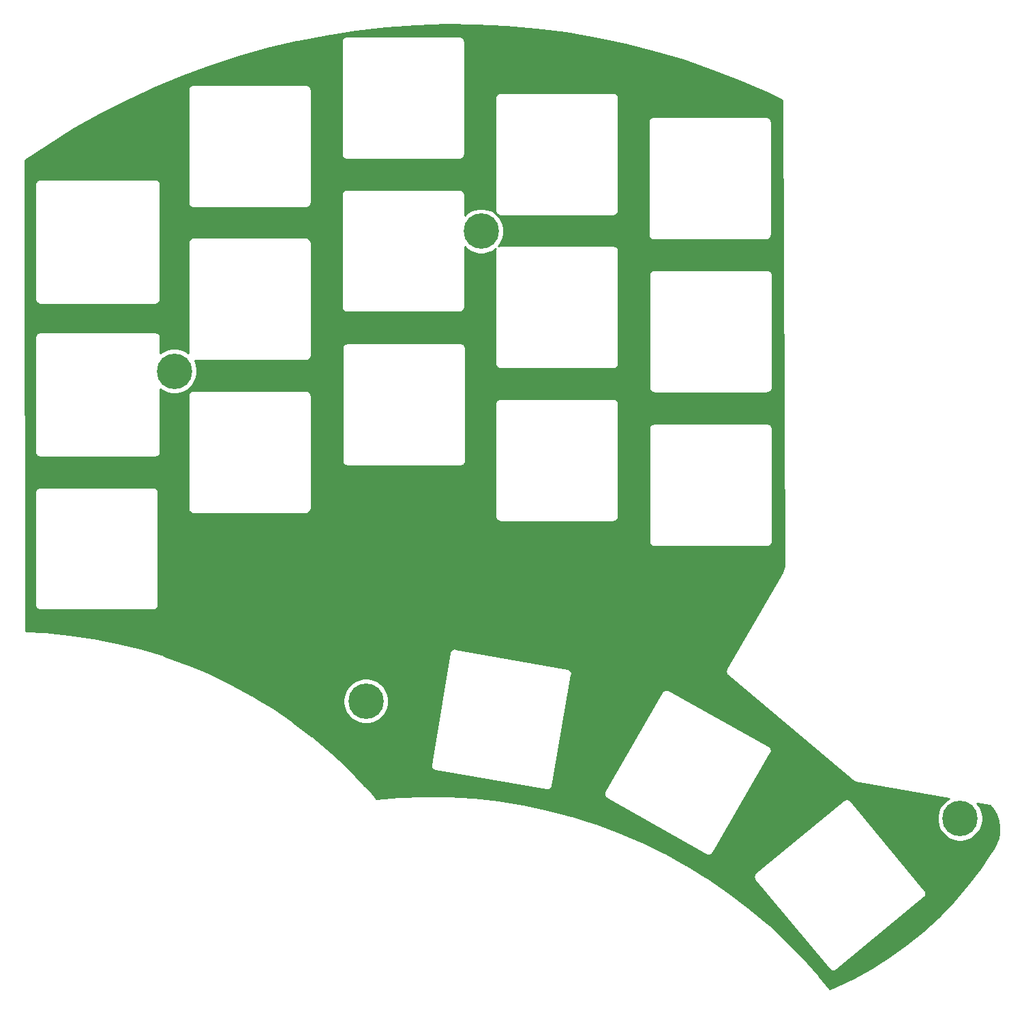
<source format=gbr>
G04 #@! TF.GenerationSoftware,KiCad,Pcbnew,5.1.10*
G04 #@! TF.CreationDate,2021-08-05T17:34:28+02:00*
G04 #@! TF.ProjectId,split_3x_plate_bigger_encoder_gerber,73706c69-745f-4337-985f-706c6174655f,rev?*
G04 #@! TF.SameCoordinates,Original*
G04 #@! TF.FileFunction,Copper,L1,Top*
G04 #@! TF.FilePolarity,Positive*
%FSLAX46Y46*%
G04 Gerber Fmt 4.6, Leading zero omitted, Abs format (unit mm)*
G04 Created by KiCad (PCBNEW 5.1.10) date 2021-08-05 17:34:28*
%MOMM*%
%LPD*%
G01*
G04 APERTURE LIST*
G04 #@! TA.AperFunction,ComponentPad*
%ADD10C,0.700000*%
G04 #@! TD*
G04 #@! TA.AperFunction,ComponentPad*
%ADD11C,4.400000*%
G04 #@! TD*
G04 #@! TA.AperFunction,NonConductor*
%ADD12C,0.254000*%
G04 #@! TD*
G04 #@! TA.AperFunction,NonConductor*
%ADD13C,0.100000*%
G04 #@! TD*
G04 APERTURE END LIST*
D10*
G04 #@! TO.P, ,1*
G04 #@! TO.N,N/C*
X98066726Y-84533274D03*
X96900000Y-84050000D03*
X95733274Y-84533274D03*
X95250000Y-85700000D03*
X95733274Y-86866726D03*
X96900000Y-87350000D03*
X98066726Y-86866726D03*
X98550000Y-85700000D03*
D11*
X96900000Y-85700000D03*
G04 #@! TD*
D10*
G04 #@! TO.P, ,1*
G04 #@! TO.N,N/C*
X121866726Y-125533274D03*
X120700000Y-125050000D03*
X119533274Y-125533274D03*
X119050000Y-126700000D03*
X119533274Y-127866726D03*
X120700000Y-128350000D03*
X121866726Y-127866726D03*
X122350000Y-126700000D03*
D11*
X120700000Y-126700000D03*
G04 #@! TD*
D10*
G04 #@! TO.P, ,1*
G04 #@! TO.N,N/C*
X136166726Y-67133274D03*
X135000000Y-66650000D03*
X133833274Y-67133274D03*
X133350000Y-68300000D03*
X133833274Y-69466726D03*
X135000000Y-69950000D03*
X136166726Y-69466726D03*
X136650000Y-68300000D03*
D11*
X135000000Y-68300000D03*
G04 #@! TD*
D10*
G04 #@! TO.P, ,1*
G04 #@! TO.N,N/C*
X195635476Y-140120774D03*
X194468750Y-139637500D03*
X193302024Y-140120774D03*
X192818750Y-141287500D03*
X193302024Y-142454226D03*
X194468750Y-142937500D03*
X195635476Y-142454226D03*
X196118750Y-141287500D03*
D11*
X194468750Y-141287500D03*
G04 #@! TD*
D12*
X134370658Y-42711643D02*
X138101623Y-42891252D01*
X141822347Y-43220445D01*
X145526873Y-43698692D01*
X149209210Y-44325221D01*
X152863434Y-45099024D01*
X156483671Y-46018857D01*
X160064074Y-47083235D01*
X163598887Y-48290446D01*
X167082391Y-49638538D01*
X170511029Y-51126229D01*
X172379017Y-52011959D01*
X172589698Y-109917993D01*
X172389796Y-110698392D01*
X165463015Y-122662834D01*
X165440509Y-122695651D01*
X165417752Y-122748766D01*
X165393830Y-122801395D01*
X165392171Y-122808474D01*
X165389309Y-122815153D01*
X165377348Y-122871704D01*
X165364158Y-122927972D01*
X165363912Y-122935233D01*
X165362407Y-122942347D01*
X165361709Y-123000139D01*
X165359748Y-123057904D01*
X165360924Y-123065079D01*
X165360836Y-123072345D01*
X165371429Y-123129180D01*
X165380773Y-123186201D01*
X165383323Y-123193001D01*
X165384656Y-123200153D01*
X165406132Y-123253826D01*
X165426422Y-123307932D01*
X165430255Y-123314112D01*
X165432954Y-123320858D01*
X165464483Y-123369303D01*
X165494943Y-123418417D01*
X165499903Y-123423725D01*
X165503870Y-123429821D01*
X165544265Y-123471204D01*
X165583702Y-123513412D01*
X165616014Y-123536625D01*
X181122219Y-136578985D01*
X181129765Y-136587765D01*
X181171864Y-136620742D01*
X181187905Y-136634234D01*
X181197411Y-136640753D01*
X181232112Y-136667935D01*
X181250894Y-136677431D01*
X181268258Y-136689340D01*
X181308788Y-136706704D01*
X181348132Y-136726598D01*
X181368413Y-136732250D01*
X181387760Y-136740539D01*
X181430885Y-136749660D01*
X181441989Y-136752755D01*
X181462633Y-136756376D01*
X181514954Y-136767442D01*
X181526531Y-136767582D01*
X193094217Y-138796309D01*
X192661543Y-139085412D01*
X192266662Y-139480293D01*
X191956406Y-139944624D01*
X191742698Y-140460561D01*
X191633750Y-141008277D01*
X191633750Y-141566723D01*
X191742698Y-142114439D01*
X191956406Y-142630376D01*
X192266662Y-143094707D01*
X192661543Y-143489588D01*
X193125874Y-143799844D01*
X193641811Y-144013552D01*
X194189527Y-144122500D01*
X194747973Y-144122500D01*
X195295689Y-144013552D01*
X195811626Y-143799844D01*
X196275957Y-143489588D01*
X196670838Y-143094707D01*
X196981094Y-142630376D01*
X197194802Y-142114439D01*
X197303750Y-141566723D01*
X197303750Y-141008277D01*
X197194802Y-140460561D01*
X196981094Y-139944624D01*
X196670838Y-139480293D01*
X196602054Y-139411509D01*
X198172967Y-139687014D01*
X198550135Y-140130695D01*
X198932855Y-140789136D01*
X199192930Y-141504957D01*
X199322133Y-142255511D01*
X199316383Y-143017084D01*
X199175860Y-143765605D01*
X198905008Y-144477407D01*
X198501159Y-145148657D01*
X198383032Y-145302757D01*
X198382333Y-145303860D01*
X198379609Y-145307262D01*
X198358269Y-145337312D01*
X196896449Y-147522503D01*
X195319440Y-149601548D01*
X193621922Y-151583392D01*
X191809840Y-153461088D01*
X189889603Y-155227999D01*
X187867949Y-156877924D01*
X185752003Y-158405049D01*
X183549209Y-159803999D01*
X181267325Y-161069845D01*
X178909371Y-162200538D01*
X178326257Y-162450260D01*
X177063826Y-160899509D01*
X177057337Y-160891924D01*
X177050947Y-160884169D01*
X177044866Y-160877245D01*
X175003229Y-158584722D01*
X174995382Y-158576333D01*
X174987610Y-158567788D01*
X174981198Y-158561169D01*
X172830009Y-156371117D01*
X172821768Y-156363127D01*
X172813582Y-156354966D01*
X172806855Y-156348668D01*
X170551250Y-154266315D01*
X170542598Y-154258710D01*
X170534053Y-154250986D01*
X170527026Y-154245024D01*
X168172392Y-152275344D01*
X168163372Y-152268166D01*
X168154467Y-152260874D01*
X168147157Y-152255262D01*
X165699116Y-150402956D01*
X165689744Y-150396218D01*
X165680505Y-150389379D01*
X165672930Y-150384131D01*
X163137326Y-148653623D01*
X163127681Y-148647380D01*
X163118074Y-148640970D01*
X163110252Y-148636099D01*
X162787471Y-148438198D01*
X168839694Y-148438198D01*
X168840006Y-148502488D01*
X168840198Y-148566975D01*
X168840321Y-148567584D01*
X168840324Y-148568205D01*
X168853172Y-148631196D01*
X168865942Y-148694408D01*
X168866182Y-148694983D01*
X168866306Y-148695590D01*
X168891244Y-148754981D01*
X168916052Y-148814371D01*
X168916397Y-148814885D01*
X168916639Y-148815460D01*
X168952699Y-148868865D01*
X168988604Y-148922254D01*
X169012146Y-148945656D01*
X178170773Y-159995740D01*
X178188604Y-160022254D01*
X178212139Y-160045649D01*
X178212537Y-160046129D01*
X178235407Y-160068778D01*
X178280808Y-160113909D01*
X178281322Y-160114250D01*
X178281766Y-160114690D01*
X178335821Y-160150430D01*
X178389122Y-160185814D01*
X178389693Y-160186049D01*
X178390214Y-160186393D01*
X178449972Y-160210807D01*
X178509381Y-160235208D01*
X178509991Y-160235327D01*
X178510565Y-160235562D01*
X178573690Y-160247800D01*
X178636967Y-160260190D01*
X178637589Y-160260188D01*
X178638197Y-160260306D01*
X178702487Y-160259994D01*
X178766975Y-160259802D01*
X178767584Y-160259679D01*
X178768205Y-160259676D01*
X178831196Y-160246828D01*
X178894408Y-160234058D01*
X178894983Y-160233818D01*
X178895590Y-160233694D01*
X178954981Y-160208756D01*
X179014371Y-160183948D01*
X179014885Y-160183603D01*
X179015460Y-160183361D01*
X179069060Y-160147169D01*
X179095222Y-160129575D01*
X179095694Y-160129186D01*
X179123207Y-160110608D01*
X179145699Y-160087897D01*
X189995699Y-151129182D01*
X190023207Y-151110608D01*
X190068412Y-151064962D01*
X190113909Y-151019193D01*
X190114254Y-151018673D01*
X190114690Y-151018233D01*
X190150184Y-150964551D01*
X190185814Y-150910879D01*
X190186050Y-150910305D01*
X190186393Y-150909786D01*
X190210731Y-150850214D01*
X190235208Y-150790619D01*
X190235328Y-150790007D01*
X190235562Y-150789434D01*
X190247807Y-150726275D01*
X190260190Y-150663033D01*
X190260188Y-150662410D01*
X190260306Y-150661802D01*
X190259994Y-150597510D01*
X190259802Y-150533025D01*
X190259679Y-150532416D01*
X190259676Y-150531794D01*
X190246807Y-150468699D01*
X190234058Y-150405592D01*
X190233818Y-150405018D01*
X190233694Y-150404409D01*
X190208756Y-150345018D01*
X190183948Y-150285628D01*
X190183602Y-150285113D01*
X190183361Y-150284540D01*
X190147273Y-150231093D01*
X190111396Y-150177746D01*
X190087859Y-150154349D01*
X180929232Y-139104267D01*
X180911396Y-139077746D01*
X180887855Y-139054345D01*
X180887462Y-139053871D01*
X180864862Y-139031489D01*
X180819192Y-138986091D01*
X180818675Y-138985748D01*
X180818233Y-138985310D01*
X180764550Y-138949816D01*
X180710879Y-138914186D01*
X180710303Y-138913949D01*
X180709785Y-138913607D01*
X180650308Y-138889308D01*
X180590619Y-138864792D01*
X180590007Y-138864672D01*
X180589434Y-138864438D01*
X180526410Y-138852220D01*
X180463033Y-138839810D01*
X180462410Y-138839812D01*
X180461802Y-138839694D01*
X180397512Y-138840006D01*
X180333025Y-138840198D01*
X180332416Y-138840321D01*
X180331795Y-138840324D01*
X180268856Y-138853161D01*
X180205591Y-138865942D01*
X180205015Y-138866183D01*
X180204410Y-138866306D01*
X180145210Y-138891164D01*
X180085628Y-138916052D01*
X180085113Y-138916398D01*
X180084540Y-138916639D01*
X180031311Y-138952581D01*
X180004777Y-138970425D01*
X180004298Y-138970821D01*
X179976794Y-138989392D01*
X179954310Y-139012095D01*
X169104304Y-147970817D01*
X169076794Y-147989392D01*
X169031457Y-148035171D01*
X168986091Y-148080808D01*
X168985748Y-148081325D01*
X168985310Y-148081767D01*
X168949734Y-148135575D01*
X168914186Y-148189122D01*
X168913950Y-148189696D01*
X168913607Y-148190215D01*
X168889270Y-148249785D01*
X168864792Y-148309381D01*
X168864672Y-148309993D01*
X168864438Y-148310566D01*
X168852220Y-148373590D01*
X168839810Y-148436967D01*
X168839812Y-148437590D01*
X168839694Y-148438198D01*
X162787471Y-148438198D01*
X160493141Y-147031520D01*
X160483205Y-147025757D01*
X160473294Y-147019823D01*
X160465243Y-147015340D01*
X157772873Y-145540523D01*
X157762670Y-145535254D01*
X157752478Y-145529809D01*
X157744218Y-145525725D01*
X154983017Y-144184189D01*
X154972576Y-144179428D01*
X154962124Y-144174484D01*
X154953673Y-144170808D01*
X152130236Y-142965759D01*
X152119543Y-142961501D01*
X152108893Y-142957087D01*
X152100274Y-142953828D01*
X149221341Y-141888141D01*
X149210464Y-141884414D01*
X149199600Y-141880522D01*
X149190832Y-141877688D01*
X146263276Y-140953908D01*
X146252234Y-140950718D01*
X146241189Y-140947360D01*
X146232293Y-140944958D01*
X143263108Y-140165292D01*
X143251925Y-140162646D01*
X143240728Y-140159831D01*
X143231724Y-140157866D01*
X140227996Y-139524175D01*
X140216696Y-139522078D01*
X140205376Y-139519813D01*
X140196287Y-139518290D01*
X137165190Y-139032087D01*
X137153786Y-139030543D01*
X137142384Y-139028836D01*
X137133232Y-139027759D01*
X134082001Y-138690204D01*
X134070527Y-138689218D01*
X134059063Y-138688071D01*
X134049869Y-138687442D01*
X130985793Y-138499343D01*
X130974280Y-138498918D01*
X130962779Y-138498333D01*
X130953565Y-138498154D01*
X127883959Y-138459958D01*
X127872467Y-138460096D01*
X127860921Y-138460073D01*
X127851710Y-138460345D01*
X124783903Y-138572145D01*
X124772440Y-138572843D01*
X124760898Y-138573385D01*
X124751711Y-138574106D01*
X122024283Y-138807311D01*
X121526889Y-138243431D01*
X150238231Y-138243431D01*
X150238563Y-138245441D01*
X150238509Y-138247480D01*
X150249154Y-138309556D01*
X150259420Y-138371701D01*
X150260139Y-138373610D01*
X150260483Y-138375618D01*
X150283011Y-138434366D01*
X150305226Y-138493374D01*
X150306304Y-138495108D01*
X150307033Y-138497008D01*
X150340590Y-138550232D01*
X150373889Y-138603771D01*
X150375283Y-138605260D01*
X150376370Y-138606983D01*
X150419673Y-138652647D01*
X150462769Y-138698652D01*
X150464428Y-138699841D01*
X150465829Y-138701318D01*
X150517203Y-138737651D01*
X150568453Y-138774370D01*
X150599974Y-138788649D01*
X162842887Y-145756161D01*
X162866988Y-145773521D01*
X162899230Y-145788226D01*
X162901729Y-145789648D01*
X162928783Y-145801704D01*
X162985275Y-145827469D01*
X162988085Y-145828132D01*
X162990725Y-145829308D01*
X163051344Y-145843046D01*
X163111814Y-145857303D01*
X163114701Y-145857405D01*
X163117518Y-145858043D01*
X163179623Y-145859691D01*
X163241741Y-145861878D01*
X163244593Y-145861414D01*
X163247480Y-145861491D01*
X163308732Y-145850987D01*
X163370065Y-145841016D01*
X163372771Y-145840005D01*
X163375618Y-145839517D01*
X163433624Y-145817273D01*
X163491854Y-145795521D01*
X163494312Y-145794001D01*
X163497008Y-145792967D01*
X163549571Y-145759827D01*
X163602426Y-145727140D01*
X163604539Y-145725171D01*
X163606983Y-145723630D01*
X163652055Y-145680887D01*
X163697534Y-145638503D01*
X163699224Y-145636157D01*
X163701318Y-145634171D01*
X163737200Y-145583436D01*
X163754481Y-145559445D01*
X163755920Y-145556966D01*
X163776388Y-145528026D01*
X163788481Y-145500890D01*
X170957520Y-133154213D01*
X170979514Y-133122471D01*
X171002995Y-133068389D01*
X171027469Y-133014725D01*
X171028866Y-133008801D01*
X171031290Y-133003217D01*
X171043769Y-132945590D01*
X171057303Y-132888186D01*
X171057517Y-132882101D01*
X171058805Y-132876154D01*
X171059802Y-132817214D01*
X171061878Y-132758259D01*
X171060901Y-132752250D01*
X171061004Y-132746164D01*
X171050476Y-132688125D01*
X171041016Y-132629935D01*
X171038887Y-132624236D01*
X171037800Y-132618243D01*
X171016144Y-132563352D01*
X170995521Y-132508146D01*
X170992322Y-132502973D01*
X170990086Y-132497306D01*
X170958144Y-132447706D01*
X170927141Y-132397574D01*
X170922991Y-132393121D01*
X170919695Y-132388003D01*
X170878710Y-132345608D01*
X170838503Y-132302466D01*
X170833563Y-132298908D01*
X170829333Y-132294532D01*
X170780860Y-132260944D01*
X170733012Y-132226478D01*
X170697873Y-132210452D01*
X158353801Y-125341574D01*
X158331547Y-125325630D01*
X158297130Y-125310039D01*
X158292590Y-125307513D01*
X158267644Y-125296682D01*
X158213122Y-125271984D01*
X158208018Y-125270794D01*
X158203217Y-125268710D01*
X158144785Y-125256057D01*
X158086507Y-125242474D01*
X158081271Y-125242303D01*
X158076154Y-125241195D01*
X158016363Y-125240184D01*
X157956568Y-125238231D01*
X157951401Y-125239085D01*
X157946165Y-125238996D01*
X157887318Y-125249670D01*
X157828298Y-125259420D01*
X157823396Y-125261265D01*
X157818244Y-125262200D01*
X157762609Y-125284150D01*
X157706626Y-125305226D01*
X157702179Y-125307992D01*
X157697307Y-125309914D01*
X157647018Y-125342300D01*
X157596229Y-125373889D01*
X157592406Y-125377470D01*
X157588004Y-125380305D01*
X157545041Y-125421839D01*
X157501347Y-125462769D01*
X157498292Y-125467033D01*
X157494533Y-125470667D01*
X157460504Y-125519777D01*
X157444602Y-125541972D01*
X157441996Y-125546486D01*
X157420486Y-125577529D01*
X157409588Y-125602630D01*
X150343591Y-137843725D01*
X150323612Y-137871974D01*
X150297996Y-137929456D01*
X150271984Y-137986878D01*
X150271520Y-137988867D01*
X150270692Y-137990726D01*
X150256785Y-138052089D01*
X150242474Y-138113493D01*
X150242407Y-138115531D01*
X150241957Y-138117519D01*
X150240286Y-138180484D01*
X150238231Y-138243431D01*
X121526889Y-138243431D01*
X120607979Y-137201692D01*
X120598314Y-137191279D01*
X120588834Y-137180903D01*
X120587235Y-137179245D01*
X118514760Y-135038292D01*
X118503619Y-135027352D01*
X118492609Y-135016463D01*
X118490928Y-135014888D01*
X118170781Y-134716020D01*
X128737001Y-134716020D01*
X128737335Y-134718735D01*
X128737155Y-134721462D01*
X128745260Y-134783191D01*
X128752866Y-134845057D01*
X128753723Y-134847656D01*
X128754079Y-134850364D01*
X128774065Y-134909312D01*
X128793599Y-134968519D01*
X128794946Y-134970900D01*
X128795824Y-134973488D01*
X128826940Y-135027427D01*
X128857637Y-135081662D01*
X128859423Y-135083734D01*
X128860789Y-135086102D01*
X128901829Y-135132933D01*
X128942517Y-135180139D01*
X128944673Y-135181823D01*
X128946474Y-135183878D01*
X128995897Y-135221830D01*
X129044978Y-135260163D01*
X129047417Y-135261392D01*
X129049588Y-135263059D01*
X129105450Y-135290632D01*
X129161082Y-135318662D01*
X129163720Y-135319393D01*
X129166169Y-135320602D01*
X129226286Y-135336734D01*
X129254976Y-135344685D01*
X129257655Y-135345151D01*
X129291736Y-135354296D01*
X129321528Y-135356259D01*
X143054977Y-137744685D01*
X143086368Y-137753385D01*
X143118853Y-137755794D01*
X143118854Y-137755794D01*
X143216020Y-137762999D01*
X143345057Y-137747134D01*
X143468519Y-137706401D01*
X143581662Y-137642363D01*
X143680139Y-137557483D01*
X143760163Y-137455022D01*
X143818662Y-137338918D01*
X143844685Y-137245024D01*
X143844685Y-137245021D01*
X143853385Y-137213632D01*
X143855794Y-137181149D01*
X146244357Y-123446906D01*
X146252720Y-123417395D01*
X146255468Y-123383018D01*
X146255794Y-123381146D01*
X146258044Y-123350801D01*
X146263081Y-123287800D01*
X146262857Y-123285890D01*
X146262999Y-123283980D01*
X146255305Y-123221401D01*
X146247959Y-123158674D01*
X146247368Y-123156848D01*
X146247134Y-123154943D01*
X146227365Y-123095022D01*
X146207938Y-123034979D01*
X146207002Y-123033303D01*
X146206401Y-123031481D01*
X146175348Y-122976616D01*
X146144553Y-122921468D01*
X146143306Y-122920005D01*
X146142363Y-122918338D01*
X146101250Y-122870640D01*
X146060242Y-122822504D01*
X146058733Y-122821312D01*
X146057483Y-122819861D01*
X146007863Y-122781107D01*
X145958244Y-122741891D01*
X145956531Y-122741015D01*
X145955022Y-122739837D01*
X145898817Y-122711518D01*
X145842479Y-122682724D01*
X145840628Y-122682199D01*
X145838918Y-122681338D01*
X145778247Y-122664523D01*
X145748737Y-122656161D01*
X145746853Y-122655822D01*
X145713632Y-122646615D01*
X145683055Y-122644348D01*
X131844194Y-120155345D01*
X131808264Y-120145704D01*
X131747974Y-120141731D01*
X131687801Y-120136920D01*
X131683181Y-120137461D01*
X131678537Y-120137155D01*
X131618651Y-120145018D01*
X131558675Y-120152041D01*
X131554248Y-120153473D01*
X131549635Y-120154079D01*
X131492428Y-120173475D01*
X131434980Y-120192062D01*
X131430920Y-120194329D01*
X131426511Y-120195824D01*
X131374147Y-120226031D01*
X131321469Y-120255447D01*
X131317932Y-120258460D01*
X131313897Y-120260788D01*
X131268437Y-120300627D01*
X131222505Y-120339758D01*
X131219622Y-120343406D01*
X131216121Y-120346474D01*
X131179300Y-120394425D01*
X131141892Y-120441756D01*
X131139778Y-120445892D01*
X131136940Y-120449588D01*
X131110176Y-120503812D01*
X131082725Y-120557521D01*
X131081458Y-120561993D01*
X131079397Y-120566168D01*
X131063730Y-120624555D01*
X131047281Y-120682605D01*
X131044318Y-120719671D01*
X128754590Y-134557592D01*
X128746615Y-134586368D01*
X128744005Y-134621562D01*
X128743562Y-134624241D01*
X128741608Y-134653890D01*
X128737001Y-134716020D01*
X118170781Y-134716020D01*
X116312790Y-132981529D01*
X116301152Y-132971203D01*
X116289564Y-132960849D01*
X116287805Y-132959361D01*
X114009583Y-131038805D01*
X113997406Y-131029056D01*
X113985340Y-131019326D01*
X113983508Y-131017929D01*
X111611037Y-129215094D01*
X111598392Y-129205980D01*
X111585840Y-129196867D01*
X111583940Y-129195564D01*
X109123296Y-127515068D01*
X109110193Y-127506597D01*
X109097209Y-127498139D01*
X109095246Y-127496934D01*
X107334369Y-126420777D01*
X117865000Y-126420777D01*
X117865000Y-126979223D01*
X117973948Y-127526939D01*
X118187656Y-128042876D01*
X118497912Y-128507207D01*
X118892793Y-128902088D01*
X119357124Y-129212344D01*
X119873061Y-129426052D01*
X120420777Y-129535000D01*
X120979223Y-129535000D01*
X121526939Y-129426052D01*
X122042876Y-129212344D01*
X122507207Y-128902088D01*
X122902088Y-128507207D01*
X123212344Y-128042876D01*
X123426052Y-127526939D01*
X123535000Y-126979223D01*
X123535000Y-126420777D01*
X123426052Y-125873061D01*
X123212344Y-125357124D01*
X122902088Y-124892793D01*
X122507207Y-124497912D01*
X122042876Y-124187656D01*
X121526939Y-123973948D01*
X120979223Y-123865000D01*
X120420777Y-123865000D01*
X119873061Y-123973948D01*
X119357124Y-124187656D01*
X118892793Y-124497912D01*
X118497912Y-124892793D01*
X118187656Y-125357124D01*
X117973948Y-125873061D01*
X117865000Y-126420777D01*
X107334369Y-126420777D01*
X106552731Y-125943081D01*
X106539185Y-125935266D01*
X106525821Y-125927494D01*
X106523817Y-125926400D01*
X106523799Y-125926390D01*
X106523782Y-125926381D01*
X103905928Y-124503161D01*
X103891957Y-124496017D01*
X103878263Y-124488955D01*
X103876222Y-124487971D01*
X103876188Y-124487954D01*
X103876156Y-124487939D01*
X101189663Y-123198993D01*
X101175340Y-123192562D01*
X101161315Y-123186205D01*
X101159192Y-123185311D01*
X98410896Y-122033920D01*
X98396388Y-122028269D01*
X98381937Y-122022582D01*
X98379785Y-122021802D01*
X98379772Y-122021797D01*
X98379759Y-122021793D01*
X95576743Y-121010925D01*
X95561855Y-121005978D01*
X95547248Y-121001067D01*
X95545058Y-121000396D01*
X95545046Y-121000392D01*
X95545035Y-121000389D01*
X92694463Y-120132628D01*
X92679387Y-120128452D01*
X92664508Y-120124275D01*
X92662323Y-120123726D01*
X92662274Y-120123712D01*
X92662227Y-120123702D01*
X89771439Y-119401279D01*
X89756263Y-119397892D01*
X89741099Y-119394452D01*
X89738848Y-119394005D01*
X89738840Y-119394003D01*
X89738832Y-119394002D01*
X86815156Y-118818750D01*
X86799734Y-118816119D01*
X86784509Y-118813467D01*
X86782236Y-118813134D01*
X86782224Y-118813132D01*
X83833189Y-118386535D01*
X83817715Y-118384695D01*
X83802314Y-118382809D01*
X83800025Y-118382591D01*
X83800017Y-118382591D01*
X80833172Y-118105740D01*
X80817639Y-118104686D01*
X80802149Y-118103581D01*
X80799847Y-118103479D01*
X78454315Y-118003896D01*
X78441190Y-100750000D01*
X79586807Y-100750000D01*
X79590001Y-100782429D01*
X79590000Y-114717581D01*
X79586807Y-114750000D01*
X79599550Y-114879383D01*
X79637290Y-115003793D01*
X79698575Y-115118450D01*
X79781052Y-115218948D01*
X79881550Y-115301425D01*
X79996207Y-115362710D01*
X80120617Y-115400450D01*
X80250000Y-115413193D01*
X80282419Y-115410000D01*
X94217581Y-115410000D01*
X94250000Y-115413193D01*
X94282419Y-115410000D01*
X94379383Y-115400450D01*
X94503793Y-115362710D01*
X94618450Y-115301425D01*
X94718948Y-115218948D01*
X94801425Y-115118450D01*
X94862710Y-115003793D01*
X94900450Y-114879383D01*
X94913193Y-114750000D01*
X94910000Y-114717581D01*
X94910000Y-100782419D01*
X94913193Y-100750000D01*
X94900450Y-100620617D01*
X94862710Y-100496207D01*
X94801425Y-100381550D01*
X94718948Y-100281052D01*
X94618450Y-100198575D01*
X94503793Y-100137290D01*
X94379383Y-100099550D01*
X94282419Y-100090000D01*
X94250000Y-100086807D01*
X94217581Y-100090000D01*
X80282419Y-100090000D01*
X80250000Y-100086807D01*
X80217581Y-100090000D01*
X80120617Y-100099550D01*
X79996207Y-100137290D01*
X79881550Y-100198575D01*
X79781052Y-100281052D01*
X79698575Y-100381550D01*
X79637290Y-100496207D01*
X79599550Y-100620617D01*
X79586807Y-100750000D01*
X78441190Y-100750000D01*
X78426547Y-81500000D01*
X79586807Y-81500000D01*
X79590001Y-81532429D01*
X79590000Y-95717581D01*
X79586807Y-95750000D01*
X79599550Y-95879383D01*
X79637290Y-96003793D01*
X79698575Y-96118450D01*
X79781052Y-96218948D01*
X79881550Y-96301425D01*
X79996207Y-96362710D01*
X80120617Y-96400450D01*
X80250000Y-96413193D01*
X80282419Y-96410000D01*
X94467581Y-96410000D01*
X94500000Y-96413193D01*
X94532419Y-96410000D01*
X94629383Y-96400450D01*
X94753793Y-96362710D01*
X94868450Y-96301425D01*
X94968948Y-96218948D01*
X95051425Y-96118450D01*
X95112710Y-96003793D01*
X95150450Y-95879383D01*
X95163193Y-95750000D01*
X95160000Y-95717581D01*
X95160000Y-88750000D01*
X98586807Y-88750000D01*
X98590001Y-88782429D01*
X98590000Y-102717581D01*
X98586807Y-102750000D01*
X98599550Y-102879383D01*
X98637290Y-103003793D01*
X98698575Y-103118450D01*
X98714037Y-103137290D01*
X98781052Y-103218948D01*
X98881550Y-103301425D01*
X98996207Y-103362710D01*
X99120617Y-103400450D01*
X99250000Y-103413193D01*
X99282419Y-103410000D01*
X113217581Y-103410000D01*
X113250000Y-103413193D01*
X113282419Y-103410000D01*
X113379383Y-103400450D01*
X113503793Y-103362710D01*
X113618450Y-103301425D01*
X113718948Y-103218948D01*
X113801425Y-103118450D01*
X113862710Y-103003793D01*
X113900450Y-102879383D01*
X113913193Y-102750000D01*
X113910000Y-102717581D01*
X113910000Y-88782419D01*
X113913193Y-88750000D01*
X113900450Y-88620617D01*
X113862710Y-88496207D01*
X113801425Y-88381550D01*
X113718948Y-88281052D01*
X113618450Y-88198575D01*
X113503793Y-88137290D01*
X113379383Y-88099550D01*
X113282419Y-88090000D01*
X113250000Y-88086807D01*
X113217581Y-88090000D01*
X99282419Y-88090000D01*
X99250000Y-88086807D01*
X99217581Y-88090000D01*
X99120617Y-88099550D01*
X98996207Y-88137290D01*
X98881550Y-88198575D01*
X98781052Y-88281052D01*
X98698575Y-88381550D01*
X98637290Y-88496207D01*
X98599550Y-88620617D01*
X98586807Y-88750000D01*
X95160000Y-88750000D01*
X95160000Y-87946994D01*
X95557124Y-88212344D01*
X96073061Y-88426052D01*
X96620777Y-88535000D01*
X97179223Y-88535000D01*
X97726939Y-88426052D01*
X98242876Y-88212344D01*
X98707207Y-87902088D01*
X99102088Y-87507207D01*
X99412344Y-87042876D01*
X99626052Y-86526939D01*
X99735000Y-85979223D01*
X99735000Y-85420777D01*
X99626052Y-84873061D01*
X99434246Y-84410000D01*
X113217581Y-84410000D01*
X113250000Y-84413193D01*
X113282419Y-84410000D01*
X113379383Y-84400450D01*
X113503793Y-84362710D01*
X113618450Y-84301425D01*
X113718948Y-84218948D01*
X113801425Y-84118450D01*
X113862710Y-84003793D01*
X113900450Y-83879383D01*
X113913193Y-83750000D01*
X113910000Y-83717581D01*
X113910000Y-82850000D01*
X117736807Y-82850000D01*
X117740001Y-82882429D01*
X117740000Y-96817581D01*
X117736807Y-96850000D01*
X117749550Y-96979383D01*
X117787290Y-97103793D01*
X117848575Y-97218450D01*
X117931052Y-97318948D01*
X118031550Y-97401425D01*
X118146207Y-97462710D01*
X118270617Y-97500450D01*
X118400000Y-97513193D01*
X118432419Y-97510000D01*
X132367581Y-97510000D01*
X132400000Y-97513193D01*
X132432419Y-97510000D01*
X132529383Y-97500450D01*
X132653793Y-97462710D01*
X132768450Y-97401425D01*
X132868948Y-97318948D01*
X132951425Y-97218450D01*
X133012710Y-97103793D01*
X133050450Y-96979383D01*
X133063193Y-96850000D01*
X133060000Y-96817581D01*
X133060000Y-89750000D01*
X136736807Y-89750000D01*
X136740001Y-89782429D01*
X136740000Y-103717581D01*
X136736807Y-103750000D01*
X136749550Y-103879383D01*
X136787290Y-104003793D01*
X136848575Y-104118450D01*
X136931052Y-104218948D01*
X137031550Y-104301425D01*
X137146207Y-104362710D01*
X137270617Y-104400450D01*
X137400000Y-104413193D01*
X137432419Y-104410000D01*
X151367581Y-104410000D01*
X151400000Y-104413193D01*
X151432419Y-104410000D01*
X151529383Y-104400450D01*
X151653793Y-104362710D01*
X151768450Y-104301425D01*
X151868948Y-104218948D01*
X151951425Y-104118450D01*
X152012710Y-104003793D01*
X152050450Y-103879383D01*
X152063193Y-103750000D01*
X152060000Y-103717581D01*
X152060000Y-92850000D01*
X155836807Y-92850000D01*
X155840001Y-92882429D01*
X155840000Y-106817581D01*
X155836807Y-106850000D01*
X155849550Y-106979383D01*
X155887290Y-107103793D01*
X155948575Y-107218450D01*
X156031052Y-107318948D01*
X156131550Y-107401425D01*
X156246207Y-107462710D01*
X156370617Y-107500450D01*
X156500000Y-107513193D01*
X156532419Y-107510000D01*
X170467581Y-107510000D01*
X170500000Y-107513193D01*
X170532419Y-107510000D01*
X170629383Y-107500450D01*
X170753793Y-107462710D01*
X170868450Y-107401425D01*
X170968948Y-107318948D01*
X171051425Y-107218450D01*
X171112710Y-107103793D01*
X171150450Y-106979383D01*
X171163193Y-106850000D01*
X171160000Y-106817581D01*
X171160000Y-92882419D01*
X171163193Y-92850000D01*
X171150450Y-92720617D01*
X171112710Y-92596207D01*
X171051425Y-92481550D01*
X170968948Y-92381052D01*
X170868450Y-92298575D01*
X170753793Y-92237290D01*
X170629383Y-92199550D01*
X170532419Y-92190000D01*
X170500000Y-92186807D01*
X170467581Y-92190000D01*
X156532419Y-92190000D01*
X156500000Y-92186807D01*
X156467581Y-92190000D01*
X156370617Y-92199550D01*
X156246207Y-92237290D01*
X156131550Y-92298575D01*
X156031052Y-92381052D01*
X155948575Y-92481550D01*
X155887290Y-92596207D01*
X155849550Y-92720617D01*
X155836807Y-92850000D01*
X152060000Y-92850000D01*
X152060000Y-89782419D01*
X152063193Y-89750000D01*
X152050450Y-89620617D01*
X152012710Y-89496207D01*
X151951425Y-89381550D01*
X151868948Y-89281052D01*
X151768450Y-89198575D01*
X151653793Y-89137290D01*
X151529383Y-89099550D01*
X151432419Y-89090000D01*
X151400000Y-89086807D01*
X151367581Y-89090000D01*
X137432419Y-89090000D01*
X137400000Y-89086807D01*
X137367581Y-89090000D01*
X137270617Y-89099550D01*
X137146207Y-89137290D01*
X137031550Y-89198575D01*
X136931052Y-89281052D01*
X136848575Y-89381550D01*
X136787290Y-89496207D01*
X136749550Y-89620617D01*
X136736807Y-89750000D01*
X133060000Y-89750000D01*
X133060000Y-82882419D01*
X133063193Y-82850000D01*
X133050450Y-82720617D01*
X133012710Y-82596207D01*
X132951425Y-82481550D01*
X132868948Y-82381052D01*
X132768450Y-82298575D01*
X132653793Y-82237290D01*
X132529383Y-82199550D01*
X132432419Y-82190000D01*
X132400000Y-82186807D01*
X132367581Y-82190000D01*
X118432419Y-82190000D01*
X118400000Y-82186807D01*
X118367581Y-82190000D01*
X118270617Y-82199550D01*
X118146207Y-82237290D01*
X118031550Y-82298575D01*
X117931052Y-82381052D01*
X117848575Y-82481550D01*
X117787290Y-82596207D01*
X117749550Y-82720617D01*
X117736807Y-82850000D01*
X113910000Y-82850000D01*
X113910000Y-69782419D01*
X113913193Y-69750000D01*
X113900450Y-69620617D01*
X113862710Y-69496207D01*
X113801425Y-69381550D01*
X113718948Y-69281052D01*
X113618450Y-69198575D01*
X113503793Y-69137290D01*
X113379383Y-69099550D01*
X113282419Y-69090000D01*
X113250000Y-69086807D01*
X113217581Y-69090000D01*
X99282419Y-69090000D01*
X99250000Y-69086807D01*
X99217581Y-69090000D01*
X99120617Y-69099550D01*
X98996207Y-69137290D01*
X98881550Y-69198575D01*
X98781052Y-69281052D01*
X98698575Y-69381550D01*
X98637290Y-69496207D01*
X98599550Y-69620617D01*
X98586807Y-69750000D01*
X98590001Y-69782429D01*
X98590000Y-83419597D01*
X98242876Y-83187656D01*
X97726939Y-82973948D01*
X97179223Y-82865000D01*
X96620777Y-82865000D01*
X96073061Y-82973948D01*
X95557124Y-83187656D01*
X95160000Y-83453006D01*
X95160000Y-81532419D01*
X95163193Y-81500000D01*
X95150450Y-81370617D01*
X95112710Y-81246207D01*
X95051425Y-81131550D01*
X94968948Y-81031052D01*
X94868450Y-80948575D01*
X94753793Y-80887290D01*
X94629383Y-80849550D01*
X94532419Y-80840000D01*
X94500000Y-80836807D01*
X94467581Y-80840000D01*
X80282419Y-80840000D01*
X80250000Y-80836807D01*
X80217581Y-80840000D01*
X80120617Y-80849550D01*
X79996207Y-80887290D01*
X79881550Y-80948575D01*
X79781052Y-81031052D01*
X79698575Y-81131550D01*
X79637290Y-81246207D01*
X79599550Y-81370617D01*
X79586807Y-81500000D01*
X78426547Y-81500000D01*
X78412094Y-62500000D01*
X79586807Y-62500000D01*
X79590001Y-62532429D01*
X79590000Y-76717581D01*
X79586807Y-76750000D01*
X79599550Y-76879383D01*
X79637290Y-77003793D01*
X79698575Y-77118450D01*
X79714037Y-77137290D01*
X79781052Y-77218948D01*
X79881550Y-77301425D01*
X79996207Y-77362710D01*
X80120617Y-77400450D01*
X80250000Y-77413193D01*
X80282419Y-77410000D01*
X94467581Y-77410000D01*
X94500000Y-77413193D01*
X94532419Y-77410000D01*
X94629383Y-77400450D01*
X94753793Y-77362710D01*
X94868450Y-77301425D01*
X94968948Y-77218948D01*
X95051425Y-77118450D01*
X95112710Y-77003793D01*
X95150450Y-76879383D01*
X95163193Y-76750000D01*
X95160000Y-76717581D01*
X95160000Y-62532419D01*
X95163193Y-62500000D01*
X95150450Y-62370617D01*
X95112710Y-62246207D01*
X95051425Y-62131550D01*
X94968948Y-62031052D01*
X94868450Y-61948575D01*
X94753793Y-61887290D01*
X94629383Y-61849550D01*
X94532419Y-61840000D01*
X94500000Y-61836807D01*
X94467581Y-61840000D01*
X80282419Y-61840000D01*
X80250000Y-61836807D01*
X80217581Y-61840000D01*
X80120617Y-61849550D01*
X79996207Y-61887290D01*
X79881550Y-61948575D01*
X79781052Y-62031052D01*
X79698575Y-62131550D01*
X79637290Y-62246207D01*
X79599550Y-62370617D01*
X79586807Y-62500000D01*
X78412094Y-62500000D01*
X78409808Y-59496136D01*
X81225088Y-57594065D01*
X84401568Y-55628867D01*
X87654384Y-53792714D01*
X90978261Y-52088584D01*
X93869402Y-50750000D01*
X98586807Y-50750000D01*
X98590001Y-50782429D01*
X98590000Y-64717581D01*
X98586807Y-64750000D01*
X98599550Y-64879383D01*
X98637290Y-65003793D01*
X98698575Y-65118450D01*
X98714037Y-65137290D01*
X98781052Y-65218948D01*
X98881550Y-65301425D01*
X98996207Y-65362710D01*
X99120617Y-65400450D01*
X99250000Y-65413193D01*
X99282419Y-65410000D01*
X113217581Y-65410000D01*
X113250000Y-65413193D01*
X113282419Y-65410000D01*
X113379383Y-65400450D01*
X113503793Y-65362710D01*
X113618450Y-65301425D01*
X113718948Y-65218948D01*
X113801425Y-65118450D01*
X113862710Y-65003793D01*
X113900450Y-64879383D01*
X113913193Y-64750000D01*
X113910000Y-64717581D01*
X113910000Y-63750000D01*
X117636807Y-63750000D01*
X117640001Y-63782429D01*
X117640000Y-77717581D01*
X117636807Y-77750000D01*
X117649550Y-77879383D01*
X117687290Y-78003793D01*
X117748575Y-78118450D01*
X117831052Y-78218948D01*
X117931550Y-78301425D01*
X118046207Y-78362710D01*
X118170617Y-78400450D01*
X118300000Y-78413193D01*
X118332419Y-78410000D01*
X132267581Y-78410000D01*
X132300000Y-78413193D01*
X132332419Y-78410000D01*
X132429383Y-78400450D01*
X132553793Y-78362710D01*
X132668450Y-78301425D01*
X132768948Y-78218948D01*
X132851425Y-78118450D01*
X132912710Y-78003793D01*
X132950450Y-77879383D01*
X132963193Y-77750000D01*
X132960000Y-77717581D01*
X132960000Y-70269295D01*
X133192793Y-70502088D01*
X133657124Y-70812344D01*
X134173061Y-71026052D01*
X134720777Y-71135000D01*
X135279223Y-71135000D01*
X135826939Y-71026052D01*
X136342876Y-70812344D01*
X136779989Y-70520274D01*
X136749550Y-70620617D01*
X136736807Y-70750000D01*
X136740001Y-70782429D01*
X136740000Y-84717581D01*
X136736807Y-84750000D01*
X136749550Y-84879383D01*
X136787290Y-85003793D01*
X136848575Y-85118450D01*
X136883639Y-85161175D01*
X136931052Y-85218948D01*
X137031550Y-85301425D01*
X137146207Y-85362710D01*
X137270617Y-85400450D01*
X137400000Y-85413193D01*
X137432419Y-85410000D01*
X151367581Y-85410000D01*
X151400000Y-85413193D01*
X151432419Y-85410000D01*
X151529383Y-85400450D01*
X151653793Y-85362710D01*
X151768450Y-85301425D01*
X151868948Y-85218948D01*
X151951425Y-85118450D01*
X152012710Y-85003793D01*
X152050450Y-84879383D01*
X152063193Y-84750000D01*
X152060000Y-84717581D01*
X152060000Y-73750000D01*
X155836807Y-73750000D01*
X155840001Y-73782429D01*
X155840000Y-87717581D01*
X155836807Y-87750000D01*
X155849550Y-87879383D01*
X155887290Y-88003793D01*
X155948575Y-88118450D01*
X155964037Y-88137290D01*
X156031052Y-88218948D01*
X156131550Y-88301425D01*
X156246207Y-88362710D01*
X156370617Y-88400450D01*
X156500000Y-88413193D01*
X156532419Y-88410000D01*
X170467581Y-88410000D01*
X170500000Y-88413193D01*
X170532419Y-88410000D01*
X170629383Y-88400450D01*
X170753793Y-88362710D01*
X170868450Y-88301425D01*
X170968948Y-88218948D01*
X171051425Y-88118450D01*
X171112710Y-88003793D01*
X171150450Y-87879383D01*
X171163193Y-87750000D01*
X171160000Y-87717581D01*
X171160000Y-73782419D01*
X171163193Y-73750000D01*
X171150450Y-73620617D01*
X171112710Y-73496207D01*
X171051425Y-73381550D01*
X170968948Y-73281052D01*
X170868450Y-73198575D01*
X170753793Y-73137290D01*
X170629383Y-73099550D01*
X170532419Y-73090000D01*
X170500000Y-73086807D01*
X170467581Y-73090000D01*
X156532419Y-73090000D01*
X156500000Y-73086807D01*
X156467581Y-73090000D01*
X156370617Y-73099550D01*
X156246207Y-73137290D01*
X156131550Y-73198575D01*
X156031052Y-73281052D01*
X155948575Y-73381550D01*
X155887290Y-73496207D01*
X155849550Y-73620617D01*
X155836807Y-73750000D01*
X152060000Y-73750000D01*
X152060000Y-70782419D01*
X152063193Y-70750000D01*
X152050450Y-70620617D01*
X152012710Y-70496207D01*
X151951425Y-70381550D01*
X151868948Y-70281052D01*
X151768450Y-70198575D01*
X151653793Y-70137290D01*
X151529383Y-70099550D01*
X151432419Y-70090000D01*
X151400000Y-70086807D01*
X151367581Y-70090000D01*
X137432419Y-70090000D01*
X137400000Y-70086807D01*
X137367581Y-70090000D01*
X137270617Y-70099550D01*
X137183239Y-70126056D01*
X137202088Y-70107207D01*
X137512344Y-69642876D01*
X137726052Y-69126939D01*
X137835000Y-68579223D01*
X137835000Y-68020777D01*
X137726052Y-67473061D01*
X137512344Y-66957124D01*
X137202088Y-66492793D01*
X136807207Y-66097912D01*
X136342876Y-65787656D01*
X135826939Y-65573948D01*
X135279223Y-65465000D01*
X134720777Y-65465000D01*
X134173061Y-65573948D01*
X133657124Y-65787656D01*
X133192793Y-66097912D01*
X132960000Y-66330705D01*
X132960000Y-63782419D01*
X132963193Y-63750000D01*
X132950450Y-63620617D01*
X132912710Y-63496207D01*
X132851425Y-63381550D01*
X132768948Y-63281052D01*
X132668450Y-63198575D01*
X132553793Y-63137290D01*
X132429383Y-63099550D01*
X132332419Y-63090000D01*
X132300000Y-63086807D01*
X132267581Y-63090000D01*
X118332419Y-63090000D01*
X118300000Y-63086807D01*
X118267581Y-63090000D01*
X118170617Y-63099550D01*
X118046207Y-63137290D01*
X117931550Y-63198575D01*
X117831052Y-63281052D01*
X117748575Y-63381550D01*
X117687290Y-63496207D01*
X117649550Y-63620617D01*
X117636807Y-63750000D01*
X113910000Y-63750000D01*
X113910000Y-50782419D01*
X113913193Y-50750000D01*
X113900450Y-50620617D01*
X113862710Y-50496207D01*
X113801425Y-50381550D01*
X113718948Y-50281052D01*
X113618450Y-50198575D01*
X113503793Y-50137290D01*
X113379383Y-50099550D01*
X113282419Y-50090000D01*
X113250000Y-50086807D01*
X113217581Y-50090000D01*
X99282419Y-50090000D01*
X99250000Y-50086807D01*
X99217581Y-50090000D01*
X99120617Y-50099550D01*
X98996207Y-50137290D01*
X98881550Y-50198575D01*
X98781052Y-50281052D01*
X98698575Y-50381550D01*
X98637290Y-50496207D01*
X98599550Y-50620617D01*
X98586807Y-50750000D01*
X93869402Y-50750000D01*
X94367840Y-50519226D01*
X97817676Y-49087159D01*
X101322204Y-47794694D01*
X104875789Y-46643908D01*
X108472663Y-45636671D01*
X112107092Y-44774586D01*
X112233060Y-44750000D01*
X117636807Y-44750000D01*
X117640001Y-44782429D01*
X117640000Y-58717581D01*
X117636807Y-58750000D01*
X117649550Y-58879383D01*
X117687290Y-59003793D01*
X117748575Y-59118450D01*
X117785542Y-59163494D01*
X117831052Y-59218948D01*
X117931550Y-59301425D01*
X118046207Y-59362710D01*
X118170617Y-59400450D01*
X118300000Y-59413193D01*
X118332419Y-59410000D01*
X132267581Y-59410000D01*
X132300000Y-59413193D01*
X132332419Y-59410000D01*
X132429383Y-59400450D01*
X132553793Y-59362710D01*
X132668450Y-59301425D01*
X132768948Y-59218948D01*
X132851425Y-59118450D01*
X132912710Y-59003793D01*
X132950450Y-58879383D01*
X132963193Y-58750000D01*
X132960000Y-58717581D01*
X132960000Y-51750000D01*
X136736807Y-51750000D01*
X136740001Y-51782429D01*
X136740000Y-65717581D01*
X136736807Y-65750000D01*
X136749550Y-65879383D01*
X136787290Y-66003793D01*
X136848575Y-66118450D01*
X136931052Y-66218948D01*
X137031550Y-66301425D01*
X137146207Y-66362710D01*
X137270617Y-66400450D01*
X137400000Y-66413193D01*
X137432419Y-66410000D01*
X151367581Y-66410000D01*
X151400000Y-66413193D01*
X151432419Y-66410000D01*
X151529383Y-66400450D01*
X151653793Y-66362710D01*
X151768450Y-66301425D01*
X151868948Y-66218948D01*
X151951425Y-66118450D01*
X152012710Y-66003793D01*
X152050450Y-65879383D01*
X152063193Y-65750000D01*
X152060000Y-65717581D01*
X152060000Y-54750000D01*
X155736807Y-54750000D01*
X155740001Y-54782429D01*
X155740000Y-68717581D01*
X155736807Y-68750000D01*
X155749550Y-68879383D01*
X155787290Y-69003793D01*
X155848575Y-69118450D01*
X155903110Y-69184901D01*
X155931052Y-69218948D01*
X156031550Y-69301425D01*
X156146207Y-69362710D01*
X156270617Y-69400450D01*
X156400000Y-69413193D01*
X156432419Y-69410000D01*
X170367581Y-69410000D01*
X170400000Y-69413193D01*
X170432419Y-69410000D01*
X170529383Y-69400450D01*
X170653793Y-69362710D01*
X170768450Y-69301425D01*
X170868948Y-69218948D01*
X170951425Y-69118450D01*
X171012710Y-69003793D01*
X171050450Y-68879383D01*
X171063193Y-68750000D01*
X171060000Y-68717581D01*
X171060000Y-54782419D01*
X171063193Y-54750000D01*
X171050450Y-54620617D01*
X171012710Y-54496207D01*
X170951425Y-54381550D01*
X170868948Y-54281052D01*
X170768450Y-54198575D01*
X170653793Y-54137290D01*
X170529383Y-54099550D01*
X170432419Y-54090000D01*
X170400000Y-54086807D01*
X170367581Y-54090000D01*
X156432419Y-54090000D01*
X156400000Y-54086807D01*
X156367581Y-54090000D01*
X156270617Y-54099550D01*
X156146207Y-54137290D01*
X156031550Y-54198575D01*
X155931052Y-54281052D01*
X155848575Y-54381550D01*
X155787290Y-54496207D01*
X155749550Y-54620617D01*
X155736807Y-54750000D01*
X152060000Y-54750000D01*
X152060000Y-51782419D01*
X152063193Y-51750000D01*
X152050450Y-51620617D01*
X152012710Y-51496207D01*
X151951425Y-51381550D01*
X151868948Y-51281052D01*
X151768450Y-51198575D01*
X151653793Y-51137290D01*
X151529383Y-51099550D01*
X151432419Y-51090000D01*
X151400000Y-51086807D01*
X151367581Y-51090000D01*
X137432419Y-51090000D01*
X137400000Y-51086807D01*
X137367581Y-51090000D01*
X137270617Y-51099550D01*
X137146207Y-51137290D01*
X137031550Y-51198575D01*
X136931052Y-51281052D01*
X136848575Y-51381550D01*
X136787290Y-51496207D01*
X136749550Y-51620617D01*
X136736807Y-51750000D01*
X132960000Y-51750000D01*
X132960000Y-44782419D01*
X132963193Y-44750000D01*
X132950450Y-44620617D01*
X132912710Y-44496207D01*
X132851425Y-44381550D01*
X132768948Y-44281052D01*
X132668450Y-44198575D01*
X132553793Y-44137290D01*
X132429383Y-44099550D01*
X132332419Y-44090000D01*
X132300000Y-44086807D01*
X132267581Y-44090000D01*
X118332419Y-44090000D01*
X118300000Y-44086807D01*
X118267581Y-44090000D01*
X118170617Y-44099550D01*
X118046207Y-44137290D01*
X117931550Y-44198575D01*
X117831052Y-44281052D01*
X117748575Y-44381550D01*
X117687290Y-44496207D01*
X117649550Y-44620617D01*
X117636807Y-44750000D01*
X112233060Y-44750000D01*
X115773184Y-44059054D01*
X119465036Y-43491225D01*
X123176682Y-43072017D01*
X126902214Y-42802098D01*
X130635523Y-42681910D01*
X134370658Y-42711643D01*
G04 #@! TA.AperFunction,NonConductor*
D13*
G36*
X134370658Y-42711643D02*
G01*
X138101623Y-42891252D01*
X141822347Y-43220445D01*
X145526873Y-43698692D01*
X149209210Y-44325221D01*
X152863434Y-45099024D01*
X156483671Y-46018857D01*
X160064074Y-47083235D01*
X163598887Y-48290446D01*
X167082391Y-49638538D01*
X170511029Y-51126229D01*
X172379017Y-52011959D01*
X172589698Y-109917993D01*
X172389796Y-110698392D01*
X165463015Y-122662834D01*
X165440509Y-122695651D01*
X165417752Y-122748766D01*
X165393830Y-122801395D01*
X165392171Y-122808474D01*
X165389309Y-122815153D01*
X165377348Y-122871704D01*
X165364158Y-122927972D01*
X165363912Y-122935233D01*
X165362407Y-122942347D01*
X165361709Y-123000139D01*
X165359748Y-123057904D01*
X165360924Y-123065079D01*
X165360836Y-123072345D01*
X165371429Y-123129180D01*
X165380773Y-123186201D01*
X165383323Y-123193001D01*
X165384656Y-123200153D01*
X165406132Y-123253826D01*
X165426422Y-123307932D01*
X165430255Y-123314112D01*
X165432954Y-123320858D01*
X165464483Y-123369303D01*
X165494943Y-123418417D01*
X165499903Y-123423725D01*
X165503870Y-123429821D01*
X165544265Y-123471204D01*
X165583702Y-123513412D01*
X165616014Y-123536625D01*
X181122219Y-136578985D01*
X181129765Y-136587765D01*
X181171864Y-136620742D01*
X181187905Y-136634234D01*
X181197411Y-136640753D01*
X181232112Y-136667935D01*
X181250894Y-136677431D01*
X181268258Y-136689340D01*
X181308788Y-136706704D01*
X181348132Y-136726598D01*
X181368413Y-136732250D01*
X181387760Y-136740539D01*
X181430885Y-136749660D01*
X181441989Y-136752755D01*
X181462633Y-136756376D01*
X181514954Y-136767442D01*
X181526531Y-136767582D01*
X193094217Y-138796309D01*
X192661543Y-139085412D01*
X192266662Y-139480293D01*
X191956406Y-139944624D01*
X191742698Y-140460561D01*
X191633750Y-141008277D01*
X191633750Y-141566723D01*
X191742698Y-142114439D01*
X191956406Y-142630376D01*
X192266662Y-143094707D01*
X192661543Y-143489588D01*
X193125874Y-143799844D01*
X193641811Y-144013552D01*
X194189527Y-144122500D01*
X194747973Y-144122500D01*
X195295689Y-144013552D01*
X195811626Y-143799844D01*
X196275957Y-143489588D01*
X196670838Y-143094707D01*
X196981094Y-142630376D01*
X197194802Y-142114439D01*
X197303750Y-141566723D01*
X197303750Y-141008277D01*
X197194802Y-140460561D01*
X196981094Y-139944624D01*
X196670838Y-139480293D01*
X196602054Y-139411509D01*
X198172967Y-139687014D01*
X198550135Y-140130695D01*
X198932855Y-140789136D01*
X199192930Y-141504957D01*
X199322133Y-142255511D01*
X199316383Y-143017084D01*
X199175860Y-143765605D01*
X198905008Y-144477407D01*
X198501159Y-145148657D01*
X198383032Y-145302757D01*
X198382333Y-145303860D01*
X198379609Y-145307262D01*
X198358269Y-145337312D01*
X196896449Y-147522503D01*
X195319440Y-149601548D01*
X193621922Y-151583392D01*
X191809840Y-153461088D01*
X189889603Y-155227999D01*
X187867949Y-156877924D01*
X185752003Y-158405049D01*
X183549209Y-159803999D01*
X181267325Y-161069845D01*
X178909371Y-162200538D01*
X178326257Y-162450260D01*
X177063826Y-160899509D01*
X177057337Y-160891924D01*
X177050947Y-160884169D01*
X177044866Y-160877245D01*
X175003229Y-158584722D01*
X174995382Y-158576333D01*
X174987610Y-158567788D01*
X174981198Y-158561169D01*
X172830009Y-156371117D01*
X172821768Y-156363127D01*
X172813582Y-156354966D01*
X172806855Y-156348668D01*
X170551250Y-154266315D01*
X170542598Y-154258710D01*
X170534053Y-154250986D01*
X170527026Y-154245024D01*
X168172392Y-152275344D01*
X168163372Y-152268166D01*
X168154467Y-152260874D01*
X168147157Y-152255262D01*
X165699116Y-150402956D01*
X165689744Y-150396218D01*
X165680505Y-150389379D01*
X165672930Y-150384131D01*
X163137326Y-148653623D01*
X163127681Y-148647380D01*
X163118074Y-148640970D01*
X163110252Y-148636099D01*
X162787471Y-148438198D01*
X168839694Y-148438198D01*
X168840006Y-148502488D01*
X168840198Y-148566975D01*
X168840321Y-148567584D01*
X168840324Y-148568205D01*
X168853172Y-148631196D01*
X168865942Y-148694408D01*
X168866182Y-148694983D01*
X168866306Y-148695590D01*
X168891244Y-148754981D01*
X168916052Y-148814371D01*
X168916397Y-148814885D01*
X168916639Y-148815460D01*
X168952699Y-148868865D01*
X168988604Y-148922254D01*
X169012146Y-148945656D01*
X178170773Y-159995740D01*
X178188604Y-160022254D01*
X178212139Y-160045649D01*
X178212537Y-160046129D01*
X178235407Y-160068778D01*
X178280808Y-160113909D01*
X178281322Y-160114250D01*
X178281766Y-160114690D01*
X178335821Y-160150430D01*
X178389122Y-160185814D01*
X178389693Y-160186049D01*
X178390214Y-160186393D01*
X178449972Y-160210807D01*
X178509381Y-160235208D01*
X178509991Y-160235327D01*
X178510565Y-160235562D01*
X178573690Y-160247800D01*
X178636967Y-160260190D01*
X178637589Y-160260188D01*
X178638197Y-160260306D01*
X178702487Y-160259994D01*
X178766975Y-160259802D01*
X178767584Y-160259679D01*
X178768205Y-160259676D01*
X178831196Y-160246828D01*
X178894408Y-160234058D01*
X178894983Y-160233818D01*
X178895590Y-160233694D01*
X178954981Y-160208756D01*
X179014371Y-160183948D01*
X179014885Y-160183603D01*
X179015460Y-160183361D01*
X179069060Y-160147169D01*
X179095222Y-160129575D01*
X179095694Y-160129186D01*
X179123207Y-160110608D01*
X179145699Y-160087897D01*
X189995699Y-151129182D01*
X190023207Y-151110608D01*
X190068412Y-151064962D01*
X190113909Y-151019193D01*
X190114254Y-151018673D01*
X190114690Y-151018233D01*
X190150184Y-150964551D01*
X190185814Y-150910879D01*
X190186050Y-150910305D01*
X190186393Y-150909786D01*
X190210731Y-150850214D01*
X190235208Y-150790619D01*
X190235328Y-150790007D01*
X190235562Y-150789434D01*
X190247807Y-150726275D01*
X190260190Y-150663033D01*
X190260188Y-150662410D01*
X190260306Y-150661802D01*
X190259994Y-150597510D01*
X190259802Y-150533025D01*
X190259679Y-150532416D01*
X190259676Y-150531794D01*
X190246807Y-150468699D01*
X190234058Y-150405592D01*
X190233818Y-150405018D01*
X190233694Y-150404409D01*
X190208756Y-150345018D01*
X190183948Y-150285628D01*
X190183602Y-150285113D01*
X190183361Y-150284540D01*
X190147273Y-150231093D01*
X190111396Y-150177746D01*
X190087859Y-150154349D01*
X180929232Y-139104267D01*
X180911396Y-139077746D01*
X180887855Y-139054345D01*
X180887462Y-139053871D01*
X180864862Y-139031489D01*
X180819192Y-138986091D01*
X180818675Y-138985748D01*
X180818233Y-138985310D01*
X180764550Y-138949816D01*
X180710879Y-138914186D01*
X180710303Y-138913949D01*
X180709785Y-138913607D01*
X180650308Y-138889308D01*
X180590619Y-138864792D01*
X180590007Y-138864672D01*
X180589434Y-138864438D01*
X180526410Y-138852220D01*
X180463033Y-138839810D01*
X180462410Y-138839812D01*
X180461802Y-138839694D01*
X180397512Y-138840006D01*
X180333025Y-138840198D01*
X180332416Y-138840321D01*
X180331795Y-138840324D01*
X180268856Y-138853161D01*
X180205591Y-138865942D01*
X180205015Y-138866183D01*
X180204410Y-138866306D01*
X180145210Y-138891164D01*
X180085628Y-138916052D01*
X180085113Y-138916398D01*
X180084540Y-138916639D01*
X180031311Y-138952581D01*
X180004777Y-138970425D01*
X180004298Y-138970821D01*
X179976794Y-138989392D01*
X179954310Y-139012095D01*
X169104304Y-147970817D01*
X169076794Y-147989392D01*
X169031457Y-148035171D01*
X168986091Y-148080808D01*
X168985748Y-148081325D01*
X168985310Y-148081767D01*
X168949734Y-148135575D01*
X168914186Y-148189122D01*
X168913950Y-148189696D01*
X168913607Y-148190215D01*
X168889270Y-148249785D01*
X168864792Y-148309381D01*
X168864672Y-148309993D01*
X168864438Y-148310566D01*
X168852220Y-148373590D01*
X168839810Y-148436967D01*
X168839812Y-148437590D01*
X168839694Y-148438198D01*
X162787471Y-148438198D01*
X160493141Y-147031520D01*
X160483205Y-147025757D01*
X160473294Y-147019823D01*
X160465243Y-147015340D01*
X157772873Y-145540523D01*
X157762670Y-145535254D01*
X157752478Y-145529809D01*
X157744218Y-145525725D01*
X154983017Y-144184189D01*
X154972576Y-144179428D01*
X154962124Y-144174484D01*
X154953673Y-144170808D01*
X152130236Y-142965759D01*
X152119543Y-142961501D01*
X152108893Y-142957087D01*
X152100274Y-142953828D01*
X149221341Y-141888141D01*
X149210464Y-141884414D01*
X149199600Y-141880522D01*
X149190832Y-141877688D01*
X146263276Y-140953908D01*
X146252234Y-140950718D01*
X146241189Y-140947360D01*
X146232293Y-140944958D01*
X143263108Y-140165292D01*
X143251925Y-140162646D01*
X143240728Y-140159831D01*
X143231724Y-140157866D01*
X140227996Y-139524175D01*
X140216696Y-139522078D01*
X140205376Y-139519813D01*
X140196287Y-139518290D01*
X137165190Y-139032087D01*
X137153786Y-139030543D01*
X137142384Y-139028836D01*
X137133232Y-139027759D01*
X134082001Y-138690204D01*
X134070527Y-138689218D01*
X134059063Y-138688071D01*
X134049869Y-138687442D01*
X130985793Y-138499343D01*
X130974280Y-138498918D01*
X130962779Y-138498333D01*
X130953565Y-138498154D01*
X127883959Y-138459958D01*
X127872467Y-138460096D01*
X127860921Y-138460073D01*
X127851710Y-138460345D01*
X124783903Y-138572145D01*
X124772440Y-138572843D01*
X124760898Y-138573385D01*
X124751711Y-138574106D01*
X122024283Y-138807311D01*
X121526889Y-138243431D01*
X150238231Y-138243431D01*
X150238563Y-138245441D01*
X150238509Y-138247480D01*
X150249154Y-138309556D01*
X150259420Y-138371701D01*
X150260139Y-138373610D01*
X150260483Y-138375618D01*
X150283011Y-138434366D01*
X150305226Y-138493374D01*
X150306304Y-138495108D01*
X150307033Y-138497008D01*
X150340590Y-138550232D01*
X150373889Y-138603771D01*
X150375283Y-138605260D01*
X150376370Y-138606983D01*
X150419673Y-138652647D01*
X150462769Y-138698652D01*
X150464428Y-138699841D01*
X150465829Y-138701318D01*
X150517203Y-138737651D01*
X150568453Y-138774370D01*
X150599974Y-138788649D01*
X162842887Y-145756161D01*
X162866988Y-145773521D01*
X162899230Y-145788226D01*
X162901729Y-145789648D01*
X162928783Y-145801704D01*
X162985275Y-145827469D01*
X162988085Y-145828132D01*
X162990725Y-145829308D01*
X163051344Y-145843046D01*
X163111814Y-145857303D01*
X163114701Y-145857405D01*
X163117518Y-145858043D01*
X163179623Y-145859691D01*
X163241741Y-145861878D01*
X163244593Y-145861414D01*
X163247480Y-145861491D01*
X163308732Y-145850987D01*
X163370065Y-145841016D01*
X163372771Y-145840005D01*
X163375618Y-145839517D01*
X163433624Y-145817273D01*
X163491854Y-145795521D01*
X163494312Y-145794001D01*
X163497008Y-145792967D01*
X163549571Y-145759827D01*
X163602426Y-145727140D01*
X163604539Y-145725171D01*
X163606983Y-145723630D01*
X163652055Y-145680887D01*
X163697534Y-145638503D01*
X163699224Y-145636157D01*
X163701318Y-145634171D01*
X163737200Y-145583436D01*
X163754481Y-145559445D01*
X163755920Y-145556966D01*
X163776388Y-145528026D01*
X163788481Y-145500890D01*
X170957520Y-133154213D01*
X170979514Y-133122471D01*
X171002995Y-133068389D01*
X171027469Y-133014725D01*
X171028866Y-133008801D01*
X171031290Y-133003217D01*
X171043769Y-132945590D01*
X171057303Y-132888186D01*
X171057517Y-132882101D01*
X171058805Y-132876154D01*
X171059802Y-132817214D01*
X171061878Y-132758259D01*
X171060901Y-132752250D01*
X171061004Y-132746164D01*
X171050476Y-132688125D01*
X171041016Y-132629935D01*
X171038887Y-132624236D01*
X171037800Y-132618243D01*
X171016144Y-132563352D01*
X170995521Y-132508146D01*
X170992322Y-132502973D01*
X170990086Y-132497306D01*
X170958144Y-132447706D01*
X170927141Y-132397574D01*
X170922991Y-132393121D01*
X170919695Y-132388003D01*
X170878710Y-132345608D01*
X170838503Y-132302466D01*
X170833563Y-132298908D01*
X170829333Y-132294532D01*
X170780860Y-132260944D01*
X170733012Y-132226478D01*
X170697873Y-132210452D01*
X158353801Y-125341574D01*
X158331547Y-125325630D01*
X158297130Y-125310039D01*
X158292590Y-125307513D01*
X158267644Y-125296682D01*
X158213122Y-125271984D01*
X158208018Y-125270794D01*
X158203217Y-125268710D01*
X158144785Y-125256057D01*
X158086507Y-125242474D01*
X158081271Y-125242303D01*
X158076154Y-125241195D01*
X158016363Y-125240184D01*
X157956568Y-125238231D01*
X157951401Y-125239085D01*
X157946165Y-125238996D01*
X157887318Y-125249670D01*
X157828298Y-125259420D01*
X157823396Y-125261265D01*
X157818244Y-125262200D01*
X157762609Y-125284150D01*
X157706626Y-125305226D01*
X157702179Y-125307992D01*
X157697307Y-125309914D01*
X157647018Y-125342300D01*
X157596229Y-125373889D01*
X157592406Y-125377470D01*
X157588004Y-125380305D01*
X157545041Y-125421839D01*
X157501347Y-125462769D01*
X157498292Y-125467033D01*
X157494533Y-125470667D01*
X157460504Y-125519777D01*
X157444602Y-125541972D01*
X157441996Y-125546486D01*
X157420486Y-125577529D01*
X157409588Y-125602630D01*
X150343591Y-137843725D01*
X150323612Y-137871974D01*
X150297996Y-137929456D01*
X150271984Y-137986878D01*
X150271520Y-137988867D01*
X150270692Y-137990726D01*
X150256785Y-138052089D01*
X150242474Y-138113493D01*
X150242407Y-138115531D01*
X150241957Y-138117519D01*
X150240286Y-138180484D01*
X150238231Y-138243431D01*
X121526889Y-138243431D01*
X120607979Y-137201692D01*
X120598314Y-137191279D01*
X120588834Y-137180903D01*
X120587235Y-137179245D01*
X118514760Y-135038292D01*
X118503619Y-135027352D01*
X118492609Y-135016463D01*
X118490928Y-135014888D01*
X118170781Y-134716020D01*
X128737001Y-134716020D01*
X128737335Y-134718735D01*
X128737155Y-134721462D01*
X128745260Y-134783191D01*
X128752866Y-134845057D01*
X128753723Y-134847656D01*
X128754079Y-134850364D01*
X128774065Y-134909312D01*
X128793599Y-134968519D01*
X128794946Y-134970900D01*
X128795824Y-134973488D01*
X128826940Y-135027427D01*
X128857637Y-135081662D01*
X128859423Y-135083734D01*
X128860789Y-135086102D01*
X128901829Y-135132933D01*
X128942517Y-135180139D01*
X128944673Y-135181823D01*
X128946474Y-135183878D01*
X128995897Y-135221830D01*
X129044978Y-135260163D01*
X129047417Y-135261392D01*
X129049588Y-135263059D01*
X129105450Y-135290632D01*
X129161082Y-135318662D01*
X129163720Y-135319393D01*
X129166169Y-135320602D01*
X129226286Y-135336734D01*
X129254976Y-135344685D01*
X129257655Y-135345151D01*
X129291736Y-135354296D01*
X129321528Y-135356259D01*
X143054977Y-137744685D01*
X143086368Y-137753385D01*
X143118853Y-137755794D01*
X143118854Y-137755794D01*
X143216020Y-137762999D01*
X143345057Y-137747134D01*
X143468519Y-137706401D01*
X143581662Y-137642363D01*
X143680139Y-137557483D01*
X143760163Y-137455022D01*
X143818662Y-137338918D01*
X143844685Y-137245024D01*
X143844685Y-137245021D01*
X143853385Y-137213632D01*
X143855794Y-137181149D01*
X146244357Y-123446906D01*
X146252720Y-123417395D01*
X146255468Y-123383018D01*
X146255794Y-123381146D01*
X146258044Y-123350801D01*
X146263081Y-123287800D01*
X146262857Y-123285890D01*
X146262999Y-123283980D01*
X146255305Y-123221401D01*
X146247959Y-123158674D01*
X146247368Y-123156848D01*
X146247134Y-123154943D01*
X146227365Y-123095022D01*
X146207938Y-123034979D01*
X146207002Y-123033303D01*
X146206401Y-123031481D01*
X146175348Y-122976616D01*
X146144553Y-122921468D01*
X146143306Y-122920005D01*
X146142363Y-122918338D01*
X146101250Y-122870640D01*
X146060242Y-122822504D01*
X146058733Y-122821312D01*
X146057483Y-122819861D01*
X146007863Y-122781107D01*
X145958244Y-122741891D01*
X145956531Y-122741015D01*
X145955022Y-122739837D01*
X145898817Y-122711518D01*
X145842479Y-122682724D01*
X145840628Y-122682199D01*
X145838918Y-122681338D01*
X145778247Y-122664523D01*
X145748737Y-122656161D01*
X145746853Y-122655822D01*
X145713632Y-122646615D01*
X145683055Y-122644348D01*
X131844194Y-120155345D01*
X131808264Y-120145704D01*
X131747974Y-120141731D01*
X131687801Y-120136920D01*
X131683181Y-120137461D01*
X131678537Y-120137155D01*
X131618651Y-120145018D01*
X131558675Y-120152041D01*
X131554248Y-120153473D01*
X131549635Y-120154079D01*
X131492428Y-120173475D01*
X131434980Y-120192062D01*
X131430920Y-120194329D01*
X131426511Y-120195824D01*
X131374147Y-120226031D01*
X131321469Y-120255447D01*
X131317932Y-120258460D01*
X131313897Y-120260788D01*
X131268437Y-120300627D01*
X131222505Y-120339758D01*
X131219622Y-120343406D01*
X131216121Y-120346474D01*
X131179300Y-120394425D01*
X131141892Y-120441756D01*
X131139778Y-120445892D01*
X131136940Y-120449588D01*
X131110176Y-120503812D01*
X131082725Y-120557521D01*
X131081458Y-120561993D01*
X131079397Y-120566168D01*
X131063730Y-120624555D01*
X131047281Y-120682605D01*
X131044318Y-120719671D01*
X128754590Y-134557592D01*
X128746615Y-134586368D01*
X128744005Y-134621562D01*
X128743562Y-134624241D01*
X128741608Y-134653890D01*
X128737001Y-134716020D01*
X118170781Y-134716020D01*
X116312790Y-132981529D01*
X116301152Y-132971203D01*
X116289564Y-132960849D01*
X116287805Y-132959361D01*
X114009583Y-131038805D01*
X113997406Y-131029056D01*
X113985340Y-131019326D01*
X113983508Y-131017929D01*
X111611037Y-129215094D01*
X111598392Y-129205980D01*
X111585840Y-129196867D01*
X111583940Y-129195564D01*
X109123296Y-127515068D01*
X109110193Y-127506597D01*
X109097209Y-127498139D01*
X109095246Y-127496934D01*
X107334369Y-126420777D01*
X117865000Y-126420777D01*
X117865000Y-126979223D01*
X117973948Y-127526939D01*
X118187656Y-128042876D01*
X118497912Y-128507207D01*
X118892793Y-128902088D01*
X119357124Y-129212344D01*
X119873061Y-129426052D01*
X120420777Y-129535000D01*
X120979223Y-129535000D01*
X121526939Y-129426052D01*
X122042876Y-129212344D01*
X122507207Y-128902088D01*
X122902088Y-128507207D01*
X123212344Y-128042876D01*
X123426052Y-127526939D01*
X123535000Y-126979223D01*
X123535000Y-126420777D01*
X123426052Y-125873061D01*
X123212344Y-125357124D01*
X122902088Y-124892793D01*
X122507207Y-124497912D01*
X122042876Y-124187656D01*
X121526939Y-123973948D01*
X120979223Y-123865000D01*
X120420777Y-123865000D01*
X119873061Y-123973948D01*
X119357124Y-124187656D01*
X118892793Y-124497912D01*
X118497912Y-124892793D01*
X118187656Y-125357124D01*
X117973948Y-125873061D01*
X117865000Y-126420777D01*
X107334369Y-126420777D01*
X106552731Y-125943081D01*
X106539185Y-125935266D01*
X106525821Y-125927494D01*
X106523817Y-125926400D01*
X106523799Y-125926390D01*
X106523782Y-125926381D01*
X103905928Y-124503161D01*
X103891957Y-124496017D01*
X103878263Y-124488955D01*
X103876222Y-124487971D01*
X103876188Y-124487954D01*
X103876156Y-124487939D01*
X101189663Y-123198993D01*
X101175340Y-123192562D01*
X101161315Y-123186205D01*
X101159192Y-123185311D01*
X98410896Y-122033920D01*
X98396388Y-122028269D01*
X98381937Y-122022582D01*
X98379785Y-122021802D01*
X98379772Y-122021797D01*
X98379759Y-122021793D01*
X95576743Y-121010925D01*
X95561855Y-121005978D01*
X95547248Y-121001067D01*
X95545058Y-121000396D01*
X95545046Y-121000392D01*
X95545035Y-121000389D01*
X92694463Y-120132628D01*
X92679387Y-120128452D01*
X92664508Y-120124275D01*
X92662323Y-120123726D01*
X92662274Y-120123712D01*
X92662227Y-120123702D01*
X89771439Y-119401279D01*
X89756263Y-119397892D01*
X89741099Y-119394452D01*
X89738848Y-119394005D01*
X89738840Y-119394003D01*
X89738832Y-119394002D01*
X86815156Y-118818750D01*
X86799734Y-118816119D01*
X86784509Y-118813467D01*
X86782236Y-118813134D01*
X86782224Y-118813132D01*
X83833189Y-118386535D01*
X83817715Y-118384695D01*
X83802314Y-118382809D01*
X83800025Y-118382591D01*
X83800017Y-118382591D01*
X80833172Y-118105740D01*
X80817639Y-118104686D01*
X80802149Y-118103581D01*
X80799847Y-118103479D01*
X78454315Y-118003896D01*
X78441190Y-100750000D01*
X79586807Y-100750000D01*
X79590001Y-100782429D01*
X79590000Y-114717581D01*
X79586807Y-114750000D01*
X79599550Y-114879383D01*
X79637290Y-115003793D01*
X79698575Y-115118450D01*
X79781052Y-115218948D01*
X79881550Y-115301425D01*
X79996207Y-115362710D01*
X80120617Y-115400450D01*
X80250000Y-115413193D01*
X80282419Y-115410000D01*
X94217581Y-115410000D01*
X94250000Y-115413193D01*
X94282419Y-115410000D01*
X94379383Y-115400450D01*
X94503793Y-115362710D01*
X94618450Y-115301425D01*
X94718948Y-115218948D01*
X94801425Y-115118450D01*
X94862710Y-115003793D01*
X94900450Y-114879383D01*
X94913193Y-114750000D01*
X94910000Y-114717581D01*
X94910000Y-100782419D01*
X94913193Y-100750000D01*
X94900450Y-100620617D01*
X94862710Y-100496207D01*
X94801425Y-100381550D01*
X94718948Y-100281052D01*
X94618450Y-100198575D01*
X94503793Y-100137290D01*
X94379383Y-100099550D01*
X94282419Y-100090000D01*
X94250000Y-100086807D01*
X94217581Y-100090000D01*
X80282419Y-100090000D01*
X80250000Y-100086807D01*
X80217581Y-100090000D01*
X80120617Y-100099550D01*
X79996207Y-100137290D01*
X79881550Y-100198575D01*
X79781052Y-100281052D01*
X79698575Y-100381550D01*
X79637290Y-100496207D01*
X79599550Y-100620617D01*
X79586807Y-100750000D01*
X78441190Y-100750000D01*
X78426547Y-81500000D01*
X79586807Y-81500000D01*
X79590001Y-81532429D01*
X79590000Y-95717581D01*
X79586807Y-95750000D01*
X79599550Y-95879383D01*
X79637290Y-96003793D01*
X79698575Y-96118450D01*
X79781052Y-96218948D01*
X79881550Y-96301425D01*
X79996207Y-96362710D01*
X80120617Y-96400450D01*
X80250000Y-96413193D01*
X80282419Y-96410000D01*
X94467581Y-96410000D01*
X94500000Y-96413193D01*
X94532419Y-96410000D01*
X94629383Y-96400450D01*
X94753793Y-96362710D01*
X94868450Y-96301425D01*
X94968948Y-96218948D01*
X95051425Y-96118450D01*
X95112710Y-96003793D01*
X95150450Y-95879383D01*
X95163193Y-95750000D01*
X95160000Y-95717581D01*
X95160000Y-88750000D01*
X98586807Y-88750000D01*
X98590001Y-88782429D01*
X98590000Y-102717581D01*
X98586807Y-102750000D01*
X98599550Y-102879383D01*
X98637290Y-103003793D01*
X98698575Y-103118450D01*
X98714037Y-103137290D01*
X98781052Y-103218948D01*
X98881550Y-103301425D01*
X98996207Y-103362710D01*
X99120617Y-103400450D01*
X99250000Y-103413193D01*
X99282419Y-103410000D01*
X113217581Y-103410000D01*
X113250000Y-103413193D01*
X113282419Y-103410000D01*
X113379383Y-103400450D01*
X113503793Y-103362710D01*
X113618450Y-103301425D01*
X113718948Y-103218948D01*
X113801425Y-103118450D01*
X113862710Y-103003793D01*
X113900450Y-102879383D01*
X113913193Y-102750000D01*
X113910000Y-102717581D01*
X113910000Y-88782419D01*
X113913193Y-88750000D01*
X113900450Y-88620617D01*
X113862710Y-88496207D01*
X113801425Y-88381550D01*
X113718948Y-88281052D01*
X113618450Y-88198575D01*
X113503793Y-88137290D01*
X113379383Y-88099550D01*
X113282419Y-88090000D01*
X113250000Y-88086807D01*
X113217581Y-88090000D01*
X99282419Y-88090000D01*
X99250000Y-88086807D01*
X99217581Y-88090000D01*
X99120617Y-88099550D01*
X98996207Y-88137290D01*
X98881550Y-88198575D01*
X98781052Y-88281052D01*
X98698575Y-88381550D01*
X98637290Y-88496207D01*
X98599550Y-88620617D01*
X98586807Y-88750000D01*
X95160000Y-88750000D01*
X95160000Y-87946994D01*
X95557124Y-88212344D01*
X96073061Y-88426052D01*
X96620777Y-88535000D01*
X97179223Y-88535000D01*
X97726939Y-88426052D01*
X98242876Y-88212344D01*
X98707207Y-87902088D01*
X99102088Y-87507207D01*
X99412344Y-87042876D01*
X99626052Y-86526939D01*
X99735000Y-85979223D01*
X99735000Y-85420777D01*
X99626052Y-84873061D01*
X99434246Y-84410000D01*
X113217581Y-84410000D01*
X113250000Y-84413193D01*
X113282419Y-84410000D01*
X113379383Y-84400450D01*
X113503793Y-84362710D01*
X113618450Y-84301425D01*
X113718948Y-84218948D01*
X113801425Y-84118450D01*
X113862710Y-84003793D01*
X113900450Y-83879383D01*
X113913193Y-83750000D01*
X113910000Y-83717581D01*
X113910000Y-82850000D01*
X117736807Y-82850000D01*
X117740001Y-82882429D01*
X117740000Y-96817581D01*
X117736807Y-96850000D01*
X117749550Y-96979383D01*
X117787290Y-97103793D01*
X117848575Y-97218450D01*
X117931052Y-97318948D01*
X118031550Y-97401425D01*
X118146207Y-97462710D01*
X118270617Y-97500450D01*
X118400000Y-97513193D01*
X118432419Y-97510000D01*
X132367581Y-97510000D01*
X132400000Y-97513193D01*
X132432419Y-97510000D01*
X132529383Y-97500450D01*
X132653793Y-97462710D01*
X132768450Y-97401425D01*
X132868948Y-97318948D01*
X132951425Y-97218450D01*
X133012710Y-97103793D01*
X133050450Y-96979383D01*
X133063193Y-96850000D01*
X133060000Y-96817581D01*
X133060000Y-89750000D01*
X136736807Y-89750000D01*
X136740001Y-89782429D01*
X136740000Y-103717581D01*
X136736807Y-103750000D01*
X136749550Y-103879383D01*
X136787290Y-104003793D01*
X136848575Y-104118450D01*
X136931052Y-104218948D01*
X137031550Y-104301425D01*
X137146207Y-104362710D01*
X137270617Y-104400450D01*
X137400000Y-104413193D01*
X137432419Y-104410000D01*
X151367581Y-104410000D01*
X151400000Y-104413193D01*
X151432419Y-104410000D01*
X151529383Y-104400450D01*
X151653793Y-104362710D01*
X151768450Y-104301425D01*
X151868948Y-104218948D01*
X151951425Y-104118450D01*
X152012710Y-104003793D01*
X152050450Y-103879383D01*
X152063193Y-103750000D01*
X152060000Y-103717581D01*
X152060000Y-92850000D01*
X155836807Y-92850000D01*
X155840001Y-92882429D01*
X155840000Y-106817581D01*
X155836807Y-106850000D01*
X155849550Y-106979383D01*
X155887290Y-107103793D01*
X155948575Y-107218450D01*
X156031052Y-107318948D01*
X156131550Y-107401425D01*
X156246207Y-107462710D01*
X156370617Y-107500450D01*
X156500000Y-107513193D01*
X156532419Y-107510000D01*
X170467581Y-107510000D01*
X170500000Y-107513193D01*
X170532419Y-107510000D01*
X170629383Y-107500450D01*
X170753793Y-107462710D01*
X170868450Y-107401425D01*
X170968948Y-107318948D01*
X171051425Y-107218450D01*
X171112710Y-107103793D01*
X171150450Y-106979383D01*
X171163193Y-106850000D01*
X171160000Y-106817581D01*
X171160000Y-92882419D01*
X171163193Y-92850000D01*
X171150450Y-92720617D01*
X171112710Y-92596207D01*
X171051425Y-92481550D01*
X170968948Y-92381052D01*
X170868450Y-92298575D01*
X170753793Y-92237290D01*
X170629383Y-92199550D01*
X170532419Y-92190000D01*
X170500000Y-92186807D01*
X170467581Y-92190000D01*
X156532419Y-92190000D01*
X156500000Y-92186807D01*
X156467581Y-92190000D01*
X156370617Y-92199550D01*
X156246207Y-92237290D01*
X156131550Y-92298575D01*
X156031052Y-92381052D01*
X155948575Y-92481550D01*
X155887290Y-92596207D01*
X155849550Y-92720617D01*
X155836807Y-92850000D01*
X152060000Y-92850000D01*
X152060000Y-89782419D01*
X152063193Y-89750000D01*
X152050450Y-89620617D01*
X152012710Y-89496207D01*
X151951425Y-89381550D01*
X151868948Y-89281052D01*
X151768450Y-89198575D01*
X151653793Y-89137290D01*
X151529383Y-89099550D01*
X151432419Y-89090000D01*
X151400000Y-89086807D01*
X151367581Y-89090000D01*
X137432419Y-89090000D01*
X137400000Y-89086807D01*
X137367581Y-89090000D01*
X137270617Y-89099550D01*
X137146207Y-89137290D01*
X137031550Y-89198575D01*
X136931052Y-89281052D01*
X136848575Y-89381550D01*
X136787290Y-89496207D01*
X136749550Y-89620617D01*
X136736807Y-89750000D01*
X133060000Y-89750000D01*
X133060000Y-82882419D01*
X133063193Y-82850000D01*
X133050450Y-82720617D01*
X133012710Y-82596207D01*
X132951425Y-82481550D01*
X132868948Y-82381052D01*
X132768450Y-82298575D01*
X132653793Y-82237290D01*
X132529383Y-82199550D01*
X132432419Y-82190000D01*
X132400000Y-82186807D01*
X132367581Y-82190000D01*
X118432419Y-82190000D01*
X118400000Y-82186807D01*
X118367581Y-82190000D01*
X118270617Y-82199550D01*
X118146207Y-82237290D01*
X118031550Y-82298575D01*
X117931052Y-82381052D01*
X117848575Y-82481550D01*
X117787290Y-82596207D01*
X117749550Y-82720617D01*
X117736807Y-82850000D01*
X113910000Y-82850000D01*
X113910000Y-69782419D01*
X113913193Y-69750000D01*
X113900450Y-69620617D01*
X113862710Y-69496207D01*
X113801425Y-69381550D01*
X113718948Y-69281052D01*
X113618450Y-69198575D01*
X113503793Y-69137290D01*
X113379383Y-69099550D01*
X113282419Y-69090000D01*
X113250000Y-69086807D01*
X113217581Y-69090000D01*
X99282419Y-69090000D01*
X99250000Y-69086807D01*
X99217581Y-69090000D01*
X99120617Y-69099550D01*
X98996207Y-69137290D01*
X98881550Y-69198575D01*
X98781052Y-69281052D01*
X98698575Y-69381550D01*
X98637290Y-69496207D01*
X98599550Y-69620617D01*
X98586807Y-69750000D01*
X98590001Y-69782429D01*
X98590000Y-83419597D01*
X98242876Y-83187656D01*
X97726939Y-82973948D01*
X97179223Y-82865000D01*
X96620777Y-82865000D01*
X96073061Y-82973948D01*
X95557124Y-83187656D01*
X95160000Y-83453006D01*
X95160000Y-81532419D01*
X95163193Y-81500000D01*
X95150450Y-81370617D01*
X95112710Y-81246207D01*
X95051425Y-81131550D01*
X94968948Y-81031052D01*
X94868450Y-80948575D01*
X94753793Y-80887290D01*
X94629383Y-80849550D01*
X94532419Y-80840000D01*
X94500000Y-80836807D01*
X94467581Y-80840000D01*
X80282419Y-80840000D01*
X80250000Y-80836807D01*
X80217581Y-80840000D01*
X80120617Y-80849550D01*
X79996207Y-80887290D01*
X79881550Y-80948575D01*
X79781052Y-81031052D01*
X79698575Y-81131550D01*
X79637290Y-81246207D01*
X79599550Y-81370617D01*
X79586807Y-81500000D01*
X78426547Y-81500000D01*
X78412094Y-62500000D01*
X79586807Y-62500000D01*
X79590001Y-62532429D01*
X79590000Y-76717581D01*
X79586807Y-76750000D01*
X79599550Y-76879383D01*
X79637290Y-77003793D01*
X79698575Y-77118450D01*
X79714037Y-77137290D01*
X79781052Y-77218948D01*
X79881550Y-77301425D01*
X79996207Y-77362710D01*
X80120617Y-77400450D01*
X80250000Y-77413193D01*
X80282419Y-77410000D01*
X94467581Y-77410000D01*
X94500000Y-77413193D01*
X94532419Y-77410000D01*
X94629383Y-77400450D01*
X94753793Y-77362710D01*
X94868450Y-77301425D01*
X94968948Y-77218948D01*
X95051425Y-77118450D01*
X95112710Y-77003793D01*
X95150450Y-76879383D01*
X95163193Y-76750000D01*
X95160000Y-76717581D01*
X95160000Y-62532419D01*
X95163193Y-62500000D01*
X95150450Y-62370617D01*
X95112710Y-62246207D01*
X95051425Y-62131550D01*
X94968948Y-62031052D01*
X94868450Y-61948575D01*
X94753793Y-61887290D01*
X94629383Y-61849550D01*
X94532419Y-61840000D01*
X94500000Y-61836807D01*
X94467581Y-61840000D01*
X80282419Y-61840000D01*
X80250000Y-61836807D01*
X80217581Y-61840000D01*
X80120617Y-61849550D01*
X79996207Y-61887290D01*
X79881550Y-61948575D01*
X79781052Y-62031052D01*
X79698575Y-62131550D01*
X79637290Y-62246207D01*
X79599550Y-62370617D01*
X79586807Y-62500000D01*
X78412094Y-62500000D01*
X78409808Y-59496136D01*
X81225088Y-57594065D01*
X84401568Y-55628867D01*
X87654384Y-53792714D01*
X90978261Y-52088584D01*
X93869402Y-50750000D01*
X98586807Y-50750000D01*
X98590001Y-50782429D01*
X98590000Y-64717581D01*
X98586807Y-64750000D01*
X98599550Y-64879383D01*
X98637290Y-65003793D01*
X98698575Y-65118450D01*
X98714037Y-65137290D01*
X98781052Y-65218948D01*
X98881550Y-65301425D01*
X98996207Y-65362710D01*
X99120617Y-65400450D01*
X99250000Y-65413193D01*
X99282419Y-65410000D01*
X113217581Y-65410000D01*
X113250000Y-65413193D01*
X113282419Y-65410000D01*
X113379383Y-65400450D01*
X113503793Y-65362710D01*
X113618450Y-65301425D01*
X113718948Y-65218948D01*
X113801425Y-65118450D01*
X113862710Y-65003793D01*
X113900450Y-64879383D01*
X113913193Y-64750000D01*
X113910000Y-64717581D01*
X113910000Y-63750000D01*
X117636807Y-63750000D01*
X117640001Y-63782429D01*
X117640000Y-77717581D01*
X117636807Y-77750000D01*
X117649550Y-77879383D01*
X117687290Y-78003793D01*
X117748575Y-78118450D01*
X117831052Y-78218948D01*
X117931550Y-78301425D01*
X118046207Y-78362710D01*
X118170617Y-78400450D01*
X118300000Y-78413193D01*
X118332419Y-78410000D01*
X132267581Y-78410000D01*
X132300000Y-78413193D01*
X132332419Y-78410000D01*
X132429383Y-78400450D01*
X132553793Y-78362710D01*
X132668450Y-78301425D01*
X132768948Y-78218948D01*
X132851425Y-78118450D01*
X132912710Y-78003793D01*
X132950450Y-77879383D01*
X132963193Y-77750000D01*
X132960000Y-77717581D01*
X132960000Y-70269295D01*
X133192793Y-70502088D01*
X133657124Y-70812344D01*
X134173061Y-71026052D01*
X134720777Y-71135000D01*
X135279223Y-71135000D01*
X135826939Y-71026052D01*
X136342876Y-70812344D01*
X136779989Y-70520274D01*
X136749550Y-70620617D01*
X136736807Y-70750000D01*
X136740001Y-70782429D01*
X136740000Y-84717581D01*
X136736807Y-84750000D01*
X136749550Y-84879383D01*
X136787290Y-85003793D01*
X136848575Y-85118450D01*
X136883639Y-85161175D01*
X136931052Y-85218948D01*
X137031550Y-85301425D01*
X137146207Y-85362710D01*
X137270617Y-85400450D01*
X137400000Y-85413193D01*
X137432419Y-85410000D01*
X151367581Y-85410000D01*
X151400000Y-85413193D01*
X151432419Y-85410000D01*
X151529383Y-85400450D01*
X151653793Y-85362710D01*
X151768450Y-85301425D01*
X151868948Y-85218948D01*
X151951425Y-85118450D01*
X152012710Y-85003793D01*
X152050450Y-84879383D01*
X152063193Y-84750000D01*
X152060000Y-84717581D01*
X152060000Y-73750000D01*
X155836807Y-73750000D01*
X155840001Y-73782429D01*
X155840000Y-87717581D01*
X155836807Y-87750000D01*
X155849550Y-87879383D01*
X155887290Y-88003793D01*
X155948575Y-88118450D01*
X155964037Y-88137290D01*
X156031052Y-88218948D01*
X156131550Y-88301425D01*
X156246207Y-88362710D01*
X156370617Y-88400450D01*
X156500000Y-88413193D01*
X156532419Y-88410000D01*
X170467581Y-88410000D01*
X170500000Y-88413193D01*
X170532419Y-88410000D01*
X170629383Y-88400450D01*
X170753793Y-88362710D01*
X170868450Y-88301425D01*
X170968948Y-88218948D01*
X171051425Y-88118450D01*
X171112710Y-88003793D01*
X171150450Y-87879383D01*
X171163193Y-87750000D01*
X171160000Y-87717581D01*
X171160000Y-73782419D01*
X171163193Y-73750000D01*
X171150450Y-73620617D01*
X171112710Y-73496207D01*
X171051425Y-73381550D01*
X170968948Y-73281052D01*
X170868450Y-73198575D01*
X170753793Y-73137290D01*
X170629383Y-73099550D01*
X170532419Y-73090000D01*
X170500000Y-73086807D01*
X170467581Y-73090000D01*
X156532419Y-73090000D01*
X156500000Y-73086807D01*
X156467581Y-73090000D01*
X156370617Y-73099550D01*
X156246207Y-73137290D01*
X156131550Y-73198575D01*
X156031052Y-73281052D01*
X155948575Y-73381550D01*
X155887290Y-73496207D01*
X155849550Y-73620617D01*
X155836807Y-73750000D01*
X152060000Y-73750000D01*
X152060000Y-70782419D01*
X152063193Y-70750000D01*
X152050450Y-70620617D01*
X152012710Y-70496207D01*
X151951425Y-70381550D01*
X151868948Y-70281052D01*
X151768450Y-70198575D01*
X151653793Y-70137290D01*
X151529383Y-70099550D01*
X151432419Y-70090000D01*
X151400000Y-70086807D01*
X151367581Y-70090000D01*
X137432419Y-70090000D01*
X137400000Y-70086807D01*
X137367581Y-70090000D01*
X137270617Y-70099550D01*
X137183239Y-70126056D01*
X137202088Y-70107207D01*
X137512344Y-69642876D01*
X137726052Y-69126939D01*
X137835000Y-68579223D01*
X137835000Y-68020777D01*
X137726052Y-67473061D01*
X137512344Y-66957124D01*
X137202088Y-66492793D01*
X136807207Y-66097912D01*
X136342876Y-65787656D01*
X135826939Y-65573948D01*
X135279223Y-65465000D01*
X134720777Y-65465000D01*
X134173061Y-65573948D01*
X133657124Y-65787656D01*
X133192793Y-66097912D01*
X132960000Y-66330705D01*
X132960000Y-63782419D01*
X132963193Y-63750000D01*
X132950450Y-63620617D01*
X132912710Y-63496207D01*
X132851425Y-63381550D01*
X132768948Y-63281052D01*
X132668450Y-63198575D01*
X132553793Y-63137290D01*
X132429383Y-63099550D01*
X132332419Y-63090000D01*
X132300000Y-63086807D01*
X132267581Y-63090000D01*
X118332419Y-63090000D01*
X118300000Y-63086807D01*
X118267581Y-63090000D01*
X118170617Y-63099550D01*
X118046207Y-63137290D01*
X117931550Y-63198575D01*
X117831052Y-63281052D01*
X117748575Y-63381550D01*
X117687290Y-63496207D01*
X117649550Y-63620617D01*
X117636807Y-63750000D01*
X113910000Y-63750000D01*
X113910000Y-50782419D01*
X113913193Y-50750000D01*
X113900450Y-50620617D01*
X113862710Y-50496207D01*
X113801425Y-50381550D01*
X113718948Y-50281052D01*
X113618450Y-50198575D01*
X113503793Y-50137290D01*
X113379383Y-50099550D01*
X113282419Y-50090000D01*
X113250000Y-50086807D01*
X113217581Y-50090000D01*
X99282419Y-50090000D01*
X99250000Y-50086807D01*
X99217581Y-50090000D01*
X99120617Y-50099550D01*
X98996207Y-50137290D01*
X98881550Y-50198575D01*
X98781052Y-50281052D01*
X98698575Y-50381550D01*
X98637290Y-50496207D01*
X98599550Y-50620617D01*
X98586807Y-50750000D01*
X93869402Y-50750000D01*
X94367840Y-50519226D01*
X97817676Y-49087159D01*
X101322204Y-47794694D01*
X104875789Y-46643908D01*
X108472663Y-45636671D01*
X112107092Y-44774586D01*
X112233060Y-44750000D01*
X117636807Y-44750000D01*
X117640001Y-44782429D01*
X117640000Y-58717581D01*
X117636807Y-58750000D01*
X117649550Y-58879383D01*
X117687290Y-59003793D01*
X117748575Y-59118450D01*
X117785542Y-59163494D01*
X117831052Y-59218948D01*
X117931550Y-59301425D01*
X118046207Y-59362710D01*
X118170617Y-59400450D01*
X118300000Y-59413193D01*
X118332419Y-59410000D01*
X132267581Y-59410000D01*
X132300000Y-59413193D01*
X132332419Y-59410000D01*
X132429383Y-59400450D01*
X132553793Y-59362710D01*
X132668450Y-59301425D01*
X132768948Y-59218948D01*
X132851425Y-59118450D01*
X132912710Y-59003793D01*
X132950450Y-58879383D01*
X132963193Y-58750000D01*
X132960000Y-58717581D01*
X132960000Y-51750000D01*
X136736807Y-51750000D01*
X136740001Y-51782429D01*
X136740000Y-65717581D01*
X136736807Y-65750000D01*
X136749550Y-65879383D01*
X136787290Y-66003793D01*
X136848575Y-66118450D01*
X136931052Y-66218948D01*
X137031550Y-66301425D01*
X137146207Y-66362710D01*
X137270617Y-66400450D01*
X137400000Y-66413193D01*
X137432419Y-66410000D01*
X151367581Y-66410000D01*
X151400000Y-66413193D01*
X151432419Y-66410000D01*
X151529383Y-66400450D01*
X151653793Y-66362710D01*
X151768450Y-66301425D01*
X151868948Y-66218948D01*
X151951425Y-66118450D01*
X152012710Y-66003793D01*
X152050450Y-65879383D01*
X152063193Y-65750000D01*
X152060000Y-65717581D01*
X152060000Y-54750000D01*
X155736807Y-54750000D01*
X155740001Y-54782429D01*
X155740000Y-68717581D01*
X155736807Y-68750000D01*
X155749550Y-68879383D01*
X155787290Y-69003793D01*
X155848575Y-69118450D01*
X155903110Y-69184901D01*
X155931052Y-69218948D01*
X156031550Y-69301425D01*
X156146207Y-69362710D01*
X156270617Y-69400450D01*
X156400000Y-69413193D01*
X156432419Y-69410000D01*
X170367581Y-69410000D01*
X170400000Y-69413193D01*
X170432419Y-69410000D01*
X170529383Y-69400450D01*
X170653793Y-69362710D01*
X170768450Y-69301425D01*
X170868948Y-69218948D01*
X170951425Y-69118450D01*
X171012710Y-69003793D01*
X171050450Y-68879383D01*
X171063193Y-68750000D01*
X171060000Y-68717581D01*
X171060000Y-54782419D01*
X171063193Y-54750000D01*
X171050450Y-54620617D01*
X171012710Y-54496207D01*
X170951425Y-54381550D01*
X170868948Y-54281052D01*
X170768450Y-54198575D01*
X170653793Y-54137290D01*
X170529383Y-54099550D01*
X170432419Y-54090000D01*
X170400000Y-54086807D01*
X170367581Y-54090000D01*
X156432419Y-54090000D01*
X156400000Y-54086807D01*
X156367581Y-54090000D01*
X156270617Y-54099550D01*
X156146207Y-54137290D01*
X156031550Y-54198575D01*
X155931052Y-54281052D01*
X155848575Y-54381550D01*
X155787290Y-54496207D01*
X155749550Y-54620617D01*
X155736807Y-54750000D01*
X152060000Y-54750000D01*
X152060000Y-51782419D01*
X152063193Y-51750000D01*
X152050450Y-51620617D01*
X152012710Y-51496207D01*
X151951425Y-51381550D01*
X151868948Y-51281052D01*
X151768450Y-51198575D01*
X151653793Y-51137290D01*
X151529383Y-51099550D01*
X151432419Y-51090000D01*
X151400000Y-51086807D01*
X151367581Y-51090000D01*
X137432419Y-51090000D01*
X137400000Y-51086807D01*
X137367581Y-51090000D01*
X137270617Y-51099550D01*
X137146207Y-51137290D01*
X137031550Y-51198575D01*
X136931052Y-51281052D01*
X136848575Y-51381550D01*
X136787290Y-51496207D01*
X136749550Y-51620617D01*
X136736807Y-51750000D01*
X132960000Y-51750000D01*
X132960000Y-44782419D01*
X132963193Y-44750000D01*
X132950450Y-44620617D01*
X132912710Y-44496207D01*
X132851425Y-44381550D01*
X132768948Y-44281052D01*
X132668450Y-44198575D01*
X132553793Y-44137290D01*
X132429383Y-44099550D01*
X132332419Y-44090000D01*
X132300000Y-44086807D01*
X132267581Y-44090000D01*
X118332419Y-44090000D01*
X118300000Y-44086807D01*
X118267581Y-44090000D01*
X118170617Y-44099550D01*
X118046207Y-44137290D01*
X117931550Y-44198575D01*
X117831052Y-44281052D01*
X117748575Y-44381550D01*
X117687290Y-44496207D01*
X117649550Y-44620617D01*
X117636807Y-44750000D01*
X112233060Y-44750000D01*
X115773184Y-44059054D01*
X119465036Y-43491225D01*
X123176682Y-43072017D01*
X126902214Y-42802098D01*
X130635523Y-42681910D01*
X134370658Y-42711643D01*
G37*
G04 #@! TD.AperFunction*
M02*

</source>
